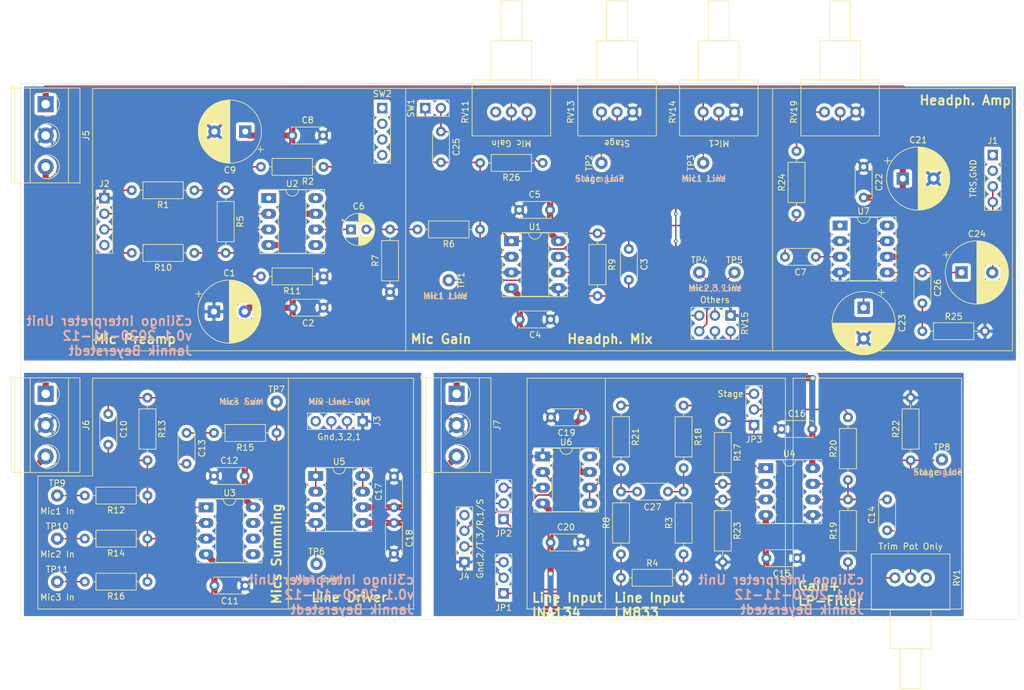
<source format=kicad_pcb>
(kicad_pcb (version 20171130) (host pcbnew "(5.1.7-0-10_14)")
  (title_block (title "c3lingo interpeter unit") (date 2020-11-12) (rev v0.1) (company "Jannik Beyerstedt") (comment 1 "Protoyping Modules"))
  (layers (0 F.Cu signal) (31 B.Cu signal) (34 B.Paste user) (35 F.Paste user) (36 B.SilkS user) (37 F.SilkS user) (38 B.Mask user) (39 F.Mask user) (44 Edge.Cuts user))
  (net 0 "")
  (net 1 GNDREF)
  (net 2 -15V)
  (net 3 "Net-(C3-Pad2)")
  (net 4 "Net-(C3-Pad1)")
  (net 5 +15V)
  (net 6 "Net-(C6-Pad2)")
  (net 7 "Net-(C6-Pad1)")
  (net 8 "Net-(C7-Pad1)")
  (net 9 "Net-(C10-Pad2)")
  (net 10 "Net-(C10-Pad1)")
  (net 11 "Net-(C13-Pad1)")
  (net 12 Stage)
  (net 13 "Net-(C14-Pad2)")
  (net 14 Mic1)
  (net 15 "Net-(J2-Pad3)")
  (net 16 "Net-(J2-Pad2)")
  (net 17 "Net-(J3-Pad2)")
  (net 18 "Net-(J3-Pad3)")
  (net 19 "Net-(J4-Pad3)")
  (net 20 "Net-(J4-Pad2)")
  (net 21 "Net-(JP1-Pad3)")
  (net 22 "Net-(JP1-Pad1)")
  (net 23 "Net-(JP2-Pad1)")
  (net 24 "Net-(JP2-Pad3)")
  (net 25 "Net-(JP3-Pad1)")
  (net 26 "Net-(JP3-Pad2)")
  (net 27 "Net-(JP3-Pad3)")
  (net 28 "Net-(R1-Pad1)")
  (net 29 MicSum)
  (net 30 "Net-(R10-Pad1)")
  (net 31 "Net-(R17-Pad2)")
  (net 32 "Net-(R19-Pad1)")
  (net 33 "Net-(R21-Pad1)")
  (net 34 "Net-(R26-Pad1)")
  (net 35 "Net-(C23-Pad1)")
  (net 36 "Net-(C24-Pad1)")
  (net 37 "Net-(C25-Pad2)")
  (net 38 "Net-(C26-Pad2)")
  (net 39 "Net-(R24-Pad2)")
  (net 40 "Net-(R14-Pad2)")
  (net 41 "Net-(R16-Pad2)")
  (net 42 "Net-(RV15-Pad6)")
  (net 43 "Net-(RV15-Pad3)")
  (net 44 "Net-(C7-Pad2)")
  (net 45 "Net-(C27-Pad2)")
  (net 46 "Net-(C27-Pad1)")
  (module Potentiometer_THT:Potentiometer_Vishay_148-149_Single_Horizontal (layer F.Cu) (at 156.845 95.25 270)
    (fp_text reference RV1 (at 0 -10.04 90) (layer F.SilkS))
    (fp_text value 100K)
    (pad 1 thru_hole circle (at 0 0 270) (size 1.8 1.8) (drill 1) (layers *.Cu *.Mask) (net 32 "Net-(R19-Pad1)"))
    (pad 2 thru_hole circle (at 0 -2.54 270) (size 1.8 1.8) (drill 1) (layers *.Cu *.Mask) (net 12 Stage))
    (pad 3 thru_hole circle (at 0 -5.08 270) (size 1.8 1.8) (drill 1) (layers *.Cu *.Mask))
  )
  (module Resistor_THT:R_Axial_DIN0207_L6.3mm_D2.5mm_P10.16mm_Horizontal (layer F.Cu) (at 112.395 91.44 90)
    (fp_text reference R8 (at 5.08 -2.37 90) (layer F.SilkS))
    (fp_text value 10K)
    (pad 2 thru_hole oval (at 10.16 0 90) (size 1.6 1.6) (drill 0.8) (layers *.Cu *.Mask) (net 45 "Net-(C27-Pad2)"))
    (pad 1 thru_hole circle (at 0 0 90) (size 1.6 1.6) (drill 0.8) (layers *.Cu *.Mask) (net 23 "Net-(JP2-Pad1)"))
  )
  (module Resistor_THT:R_Axial_DIN0207_L6.3mm_D2.5mm_P10.16mm_Horizontal (layer F.Cu) (at 112.395 95.25)
    (fp_text reference R4 (at 5.08 -2.37) (layer F.SilkS))
    (fp_text value 3.3K)
    (pad 2 thru_hole oval (at 10.16 0) (size 1.6 1.6) (drill 0.8) (layers *.Cu *.Mask) (net 22 "Net-(JP1-Pad1)"))
    (pad 1 thru_hole circle (at 0 0) (size 1.6 1.6) (drill 0.8) (layers *.Cu *.Mask) (net 23 "Net-(JP2-Pad1)"))
  )
  (module Resistor_THT:R_Axial_DIN0207_L6.3mm_D2.5mm_P10.16mm_Horizontal (layer F.Cu) (at 122.555 91.44 90)
    (fp_text reference R3 (at 5.08 -2.37 90) (layer F.SilkS))
    (fp_text value 10K)
    (pad 2 thru_hole oval (at 10.16 0 90) (size 1.6 1.6) (drill 0.8) (layers *.Cu *.Mask) (net 46 "Net-(C27-Pad1)"))
    (pad 1 thru_hole circle (at 0 0 90) (size 1.6 1.6) (drill 0.8) (layers *.Cu *.Mask) (net 22 "Net-(JP1-Pad1)"))
  )
  (module Capacitor_THT:C_Disc_D5.0mm_W2.5mm_P5.00mm (layer F.Cu) (at 120.015 81.28 180)
    (fp_text reference C27 (at 2.5 -2.5) (layer F.SilkS))
    (fp_text value 220p)
    (pad 2 thru_hole circle (at 5 0 180) (size 1.6 1.6) (drill 0.8) (layers *.Cu *.Mask) (net 45 "Net-(C27-Pad2)"))
    (pad 1 thru_hole circle (at 0 0 180) (size 1.6 1.6) (drill 0.8) (layers *.Cu *.Mask) (net 46 "Net-(C27-Pad1)"))
  )
  (module Connector_PinHeader_2.54mm:PinHeader_2x03_P2.54mm_Vertical (layer F.Cu) (at 130.175 52.705 270)
    (fp_text reference RV15 (at 1.27 -2.33 90) (layer F.SilkS))
    (fp_text value 22K)
    (pad 6 thru_hole oval (at 2.54 5.08 270) (size 1.7 1.7) (drill 1) (layers *.Cu *.Mask) (net 42 "Net-(RV15-Pad6)"))
    (pad 5 thru_hole oval (at 0 5.08 270) (size 1.7 1.7) (drill 1) (layers *.Cu *.Mask) (net 3 "Net-(C3-Pad2)"))
    (pad 4 thru_hole oval (at 2.54 2.54 270) (size 1.7 1.7) (drill 1) (layers *.Cu *.Mask) (net 1 GNDREF))
    (pad 3 thru_hole oval (at 0 2.54 270) (size 1.7 1.7) (drill 1) (layers *.Cu *.Mask) (net 43 "Net-(RV15-Pad3)"))
    (pad 2 thru_hole oval (at 2.54 0 270) (size 1.7 1.7) (drill 1) (layers *.Cu *.Mask) (net 3 "Net-(C3-Pad2)"))
    (pad 1 thru_hole rect (at 0 0 270) (size 1.7 1.7) (drill 1) (layers *.Cu *.Mask) (net 1 GNDREF))
  )
  (module Capacitor_THT:C_Disc_D5.0mm_W2.5mm_P5.00mm (layer F.Cu) (at 113.665 41.91 270)
    (fp_text reference C3 (at 2.5 -2.5 90) (layer F.SilkS))
    (fp_text value 22pF)
    (pad 2 thru_hole circle (at 5 0 270) (size 1.6 1.6) (drill 0.8) (layers *.Cu *.Mask) (net 3 "Net-(C3-Pad2)"))
    (pad 1 thru_hole circle (at 0 0 270) (size 1.6 1.6) (drill 0.8) (layers *.Cu *.Mask) (net 4 "Net-(C3-Pad1)"))
  )
  (module Capacitor_THT:CP_Radial_D5.0mm_P2.50mm (layer F.Cu) (at 68.58 38.735)
    (fp_text reference C6 (at 1.25 -3.75) (layer F.SilkS))
    (fp_text value 10uF)
    (pad 2 thru_hole circle (at 2.5 0) (size 1.6 1.6) (drill 0.8) (layers *.Cu *.Mask) (net 6 "Net-(C6-Pad2)"))
    (pad 1 thru_hole rect (at 0 0) (size 1.6 1.6) (drill 0.8) (layers *.Cu *.Mask) (net 7 "Net-(C6-Pad1)"))
  )
  (module TestPoint:TestPoint_THTPad_D2.0mm_Drill1.0mm (layer F.Cu) (at 20.92 95.905)
    (fp_text reference TP11 (at 0 -1.998) (layer F.SilkS))
    (fp_text value Mic3)
    (pad 1 thru_hole circle (at 0 0) (size 2 2) (drill 1) (layers *.Cu *.Mask) (net 41 "Net-(R16-Pad2)"))
  )
  (module TestPoint:TestPoint_THTPad_D2.0mm_Drill1.0mm (layer F.Cu) (at 20.92 88.905)
    (fp_text reference TP10 (at 0 -1.998) (layer F.SilkS))
    (fp_text value Mic2)
    (pad 1 thru_hole circle (at 0 0) (size 2 2) (drill 1) (layers *.Cu *.Mask) (net 40 "Net-(R14-Pad2)"))
  )
  (module TestPoint:TestPoint_THTPad_D2.0mm_Drill1.0mm (layer F.Cu) (at 20.92 81.905)
    (fp_text reference TP9 (at 0 -1.998) (layer F.SilkS))
    (fp_text value Mic1)
    (pad 1 thru_hole circle (at 0 0) (size 2 2) (drill 1) (layers *.Cu *.Mask) (net 14 Mic1))
  )
  (module TestPoint:TestPoint_THTPad_D2.0mm_Drill1.0mm (layer F.Cu) (at 164.465 76.07)
    (fp_text reference TP8 (at 0 -1.998) (layer F.SilkS))
    (fp_text value Stage)
    (pad 1 thru_hole circle (at 0 0) (size 2 2) (drill 1) (layers *.Cu *.Mask) (net 12 Stage))
  )
  (module TestPoint:TestPoint_THTPad_D2.0mm_Drill1.0mm (layer F.Cu) (at 56.515 66.675)
    (fp_text reference TP7 (at 0 -1.998) (layer F.SilkS))
    (fp_text value MicSum)
    (pad 1 thru_hole circle (at 0 0) (size 2 2) (drill 1) (layers *.Cu *.Mask) (net 29 MicSum))
  )
  (module TestPoint:TestPoint_THTPad_D2.0mm_Drill1.0mm (layer F.Cu) (at 63 93)
    (fp_text reference TP6 (at 0 -1.998) (layer F.SilkS))
    (fp_text value MicSum)
    (pad 1 thru_hole circle (at 0 0) (size 2 2) (drill 1) (layers *.Cu *.Mask) (net 29 MicSum))
  )
  (module TestPoint:TestPoint_THTPad_D2.0mm_Drill1.0mm (layer F.Cu) (at 130.81 45.72)
    (fp_text reference TP5 (at 0 -1.998) (layer F.SilkS))
    (fp_text value Mic3)
    (pad 1 thru_hole circle (at 0 0) (size 2 2) (drill 1) (layers *.Cu *.Mask) (net 43 "Net-(RV15-Pad3)"))
  )
  (module TestPoint:TestPoint_THTPad_D2.0mm_Drill1.0mm (layer F.Cu) (at 125.095 45.72)
    (fp_text reference TP4 (at 0 -1.998) (layer F.SilkS))
    (fp_text value Mic2)
    (pad 1 thru_hole circle (at 0 0) (size 2 2) (drill 1) (layers *.Cu *.Mask) (net 42 "Net-(RV15-Pad6)"))
  )
  (module TestPoint:TestPoint_THTPad_D2.0mm_Drill1.0mm (layer F.Cu) (at 125.73 27.94 90)
    (fp_text reference TP3 (at 0 -1.998 90) (layer F.SilkS))
    (fp_text value Mic1)
    (pad 1 thru_hole circle (at 0 0 90) (size 2 2) (drill 1) (layers *.Cu *.Mask) (net 14 Mic1))
  )
  (module TestPoint:TestPoint_THTPad_D2.0mm_Drill1.0mm (layer F.Cu) (at 109.22 27.94 90)
    (fp_text reference TP2 (at 0 -1.998 90) (layer F.SilkS))
    (fp_text value Stage)
    (pad 1 thru_hole circle (at 0 0 90) (size 2 2) (drill 1) (layers *.Cu *.Mask) (net 12 Stage))
  )
  (module TestPoint:TestPoint_THTPad_D2.0mm_Drill1.0mm (layer F.Cu) (at 84.455 46.99 270)
    (fp_text reference TP1 (at 0 -1.998 90) (layer F.SilkS))
    (fp_text value Mic1)
    (pad 1 thru_hole circle (at 0 0 270) (size 2 2) (drill 1) (layers *.Cu *.Mask) (net 14 Mic1))
  )
  (module TerminalBlock_MetzConnect:TerminalBlock_MetzConnect_Type073_RT02603HBLU_1x03_P5.08mm_Horizontal (layer F.Cu) (at 85.725 65.405 270)
    (fp_text reference J7 (at 5.08 -6.56 90) (layer F.SilkS))
    (fp_text value PowerSupply)
    (pad 3 thru_hole circle (at 10.16 0 270) (size 2.6 2.6) (drill 1.4) (layers *.Cu *.Mask) (net 2 -15V))
    (pad 2 thru_hole circle (at 5.08 0 270) (size 2.6 2.6) (drill 1.4) (layers *.Cu *.Mask) (net 1 GNDREF))
    (pad 1 thru_hole rect (at 0 0 270) (size 2.6 2.6) (drill 1.4) (layers *.Cu *.Mask) (net 5 +15V))
  )
  (module TerminalBlock_MetzConnect:TerminalBlock_MetzConnect_Type073_RT02603HBLU_1x03_P5.08mm_Horizontal (layer F.Cu) (at 19.05 65.405 270)
    (fp_text reference J6 (at 5.08 -6.56 90) (layer F.SilkS))
    (fp_text value PowerSupply)
    (pad 3 thru_hole circle (at 10.16 0 270) (size 2.6 2.6) (drill 1.4) (layers *.Cu *.Mask) (net 2 -15V))
    (pad 2 thru_hole circle (at 5.08 0 270) (size 2.6 2.6) (drill 1.4) (layers *.Cu *.Mask) (net 1 GNDREF))
    (pad 1 thru_hole rect (at 0 0 270) (size 2.6 2.6) (drill 1.4) (layers *.Cu *.Mask) (net 5 +15V))
  )
  (module Connector_PinHeader_2.54mm:PinHeader_1x04_P2.54mm_Vertical (layer F.Cu) (at 73.66 19.05)
    (fp_text reference SW2 (at 0 -2.33) (layer F.SilkS))
    (fp_text value OnAir_1)
    (pad 4 thru_hole oval (at 0 7.62) (size 1.7 1.7) (drill 1) (layers *.Cu *.Mask))
    (pad 3 thru_hole oval (at 0 5.08) (size 1.7 1.7) (drill 1) (layers *.Cu *.Mask))
    (pad 2 thru_hole oval (at 0 2.54) (size 1.7 1.7) (drill 1) (layers *.Cu *.Mask))
    (pad 1 thru_hole rect (at 0 0) (size 1.7 1.7) (drill 1) (layers *.Cu *.Mask))
  )
  (module Package_DIP:DIP-8_W7.62mm_Socket_LongPads (layer F.Cu) (at 147.955 38.1)
    (fp_text reference U7 (at 3.81 -2.33) (layer F.SilkS))
    (fp_text value LM386N-4)
    (pad 8 thru_hole oval (at 7.62 0) (size 2.4 1.6) (drill 0.8) (layers *.Cu *.Mask))
    (pad 4 thru_hole oval (at 0 7.62) (size 2.4 1.6) (drill 0.8) (layers *.Cu *.Mask) (net 1 GNDREF))
    (pad 7 thru_hole oval (at 7.62 2.54) (size 2.4 1.6) (drill 0.8) (layers *.Cu *.Mask) (net 35 "Net-(C23-Pad1)"))
    (pad 3 thru_hole oval (at 0 5.08) (size 2.4 1.6) (drill 0.8) (layers *.Cu *.Mask) (net 8 "Net-(C7-Pad1)"))
    (pad 6 thru_hole oval (at 7.62 5.08) (size 2.4 1.6) (drill 0.8) (layers *.Cu *.Mask) (net 5 +15V))
    (pad 2 thru_hole oval (at 0 2.54) (size 2.4 1.6) (drill 0.8) (layers *.Cu *.Mask) (net 1 GNDREF))
    (pad 5 thru_hole oval (at 7.62 7.62) (size 2.4 1.6) (drill 0.8) (layers *.Cu *.Mask) (net 36 "Net-(C24-Pad1)"))
    (pad 1 thru_hole rect (at 0 0) (size 2.4 1.6) (drill 0.8) (layers *.Cu *.Mask))
  )
  (module Potentiometer_THT:Potentiometer_Vishay_148-149_Single_Horizontal (layer F.Cu) (at 150.495 19.685 90)
    (fp_text reference RV19 (at 0 -10.04 90) (layer F.SilkS))
    (fp_text value 25K)
    (pad 1 thru_hole circle (at 0 0 90) (size 1.8 1.8) (drill 1) (layers *.Cu *.Mask) (net 1 GNDREF))
    (pad 2 thru_hole circle (at 0 -2.54 90) (size 1.8 1.8) (drill 1) (layers *.Cu *.Mask) (net 44 "Net-(C7-Pad2)"))
    (pad 3 thru_hole circle (at 0 -5.08 90) (size 1.8 1.8) (drill 1) (layers *.Cu *.Mask) (net 39 "Net-(R24-Pad2)"))
  )
  (module Resistor_THT:R_Axial_DIN0207_L6.3mm_D2.5mm_P10.16mm_Horizontal (layer F.Cu) (at 161.29 55.245)
    (fp_text reference R25 (at 5.08 -2.37) (layer F.SilkS))
    (fp_text value 12R)
    (pad 2 thru_hole oval (at 10.16 0) (size 1.6 1.6) (drill 0.8) (layers *.Cu *.Mask) (net 1 GNDREF))
    (pad 1 thru_hole circle (at 0 0) (size 1.6 1.6) (drill 0.8) (layers *.Cu *.Mask) (net 38 "Net-(C26-Pad2)"))
  )
  (module Resistor_THT:R_Axial_DIN0207_L6.3mm_D2.5mm_P10.16mm_Horizontal (layer F.Cu) (at 140.875 36.195 90)
    (fp_text reference R24 (at 5.08 -2.37 90) (layer F.SilkS))
    (fp_text value 820K)
    (pad 2 thru_hole oval (at 10.16 0 90) (size 1.6 1.6) (drill 0.8) (layers *.Cu *.Mask) (net 39 "Net-(R24-Pad2)"))
    (pad 1 thru_hole circle (at 0 0 90) (size 1.6 1.6) (drill 0.8) (layers *.Cu *.Mask) (net 4 "Net-(C3-Pad1)"))
  )
  (module Capacitor_THT:C_Disc_D5.0mm_W2.5mm_P5.00mm (layer F.Cu) (at 161.29 45.72 270)
    (fp_text reference C26 (at 2.5 -2.5 90) (layer F.SilkS))
    (fp_text value 47nF)
    (pad 2 thru_hole circle (at 5 0 270) (size 1.6 1.6) (drill 0.8) (layers *.Cu *.Mask) (net 38 "Net-(C26-Pad2)"))
    (pad 1 thru_hole circle (at 0 0 270) (size 1.6 1.6) (drill 0.8) (layers *.Cu *.Mask) (net 36 "Net-(C24-Pad1)"))
  )
  (module Capacitor_THT:CP_Radial_D10.0mm_P5.00mm (layer F.Cu) (at 167.64 45.72)
    (fp_text reference C24 (at 2.5 -6.25) (layer F.SilkS))
    (fp_text value 220uF)
    (pad 2 thru_hole circle (at 5 0) (size 2 2) (drill 1) (layers *.Cu *.Mask))
    (pad 1 thru_hole rect (at 0 0) (size 2 2) (drill 1) (layers *.Cu *.Mask) (net 36 "Net-(C24-Pad1)"))
  )
  (module Capacitor_THT:CP_Radial_D10.0mm_P5.00mm (layer F.Cu) (at 151.765 51.435 270)
    (fp_text reference C23 (at 2.5 -6.25 90) (layer F.SilkS))
    (fp_text value 100uF)
    (pad 2 thru_hole circle (at 5 0 270) (size 2 2) (drill 1) (layers *.Cu *.Mask) (net 1 GNDREF))
    (pad 1 thru_hole rect (at 0 0 270) (size 2 2) (drill 1) (layers *.Cu *.Mask) (net 35 "Net-(C23-Pad1)"))
  )
  (module Capacitor_THT:C_Disc_D5.0mm_W2.5mm_P5.00mm (layer F.Cu) (at 151.765 28.575 270)
    (fp_text reference C22 (at 2.5 -2.5 90) (layer F.SilkS))
    (fp_text value 100nF)
    (pad 2 thru_hole circle (at 5 0 270) (size 1.6 1.6) (drill 0.8) (layers *.Cu *.Mask) (net 5 +15V))
    (pad 1 thru_hole circle (at 0 0 270) (size 1.6 1.6) (drill 0.8) (layers *.Cu *.Mask) (net 1 GNDREF))
  )
  (module Capacitor_THT:CP_Radial_D10.0mm_P5.00mm (layer F.Cu) (at 158.115 30.48)
    (fp_text reference C21 (at 2.5 -6.25) (layer F.SilkS))
    (fp_text value 100uF)
    (pad 2 thru_hole circle (at 5 0) (size 2 2) (drill 1) (layers *.Cu *.Mask) (net 1 GNDREF))
    (pad 1 thru_hole rect (at 0 0) (size 2 2) (drill 1) (layers *.Cu *.Mask) (net 5 +15V))
  )
  (module Package_DIP:DIP-8_W7.62mm_Socket_LongPads (layer F.Cu) (at 45.085 83.82)
    (fp_text reference U3 (at 3.81 -2.33) (layer F.SilkS))
    (fp_text value LM833N)
    (pad 1 thru_hole rect (at 0 0) (size 2.4 1.6) (drill 0.8) (layers *.Cu *.Mask) (net 10 "Net-(C10-Pad1)"))
    (pad 5 thru_hole oval (at 7.62 7.62) (size 2.4 1.6) (drill 0.8) (layers *.Cu *.Mask))
    (pad 2 thru_hole oval (at 0 2.54) (size 2.4 1.6) (drill 0.8) (layers *.Cu *.Mask) (net 9 "Net-(C10-Pad2)"))
    (pad 6 thru_hole oval (at 7.62 5.08) (size 2.4 1.6) (drill 0.8) (layers *.Cu *.Mask))
    (pad 3 thru_hole oval (at 0 5.08) (size 2.4 1.6) (drill 0.8) (layers *.Cu *.Mask) (net 1 GNDREF))
    (pad 7 thru_hole oval (at 7.62 2.54) (size 2.4 1.6) (drill 0.8) (layers *.Cu *.Mask))
    (pad 4 thru_hole oval (at 0 7.62) (size 2.4 1.6) (drill 0.8) (layers *.Cu *.Mask) (net 2 -15V))
    (pad 8 thru_hole oval (at 7.62 0) (size 2.4 1.6) (drill 0.8) (layers *.Cu *.Mask) (net 5 +15V))
  )
  (module Capacitor_THT:CP_Radial_D10.0mm_P5.00mm (layer F.Cu) (at 46.355 52.07)
    (fp_text reference C1 (at 2.5 -6.25) (layer F.SilkS))
    (fp_text value 100uF)
    (pad 1 thru_hole rect (at 0 0) (size 2 2) (drill 1) (layers *.Cu *.Mask) (net 1 GNDREF))
    (pad 2 thru_hole circle (at 5 0) (size 2 2) (drill 1) (layers *.Cu *.Mask) (net 2 -15V))
  )
  (module Capacitor_THT:C_Disc_D5.0mm_W2.5mm_P5.00mm (layer F.Cu) (at 64.135 51.435 180)
    (fp_text reference C2 (at 2.5 -2.5) (layer F.SilkS))
    (fp_text value 100nF)
    (pad 2 thru_hole circle (at 5 0 180) (size 1.6 1.6) (drill 0.8) (layers *.Cu *.Mask) (net 2 -15V))
    (pad 1 thru_hole circle (at 0 0 180) (size 1.6 1.6) (drill 0.8) (layers *.Cu *.Mask) (net 1 GNDREF))
  )
  (module Capacitor_THT:C_Disc_D5.0mm_W2.5mm_P5.00mm (layer F.Cu) (at 100.965 53.34 180)
    (fp_text reference C4 (at 2.5 -2.5) (layer F.SilkS))
    (fp_text value 100nF)
    (pad 2 thru_hole circle (at 5 0 180) (size 1.6 1.6) (drill 0.8) (layers *.Cu *.Mask) (net 2 -15V))
    (pad 1 thru_hole circle (at 0 0 180) (size 1.6 1.6) (drill 0.8) (layers *.Cu *.Mask) (net 1 GNDREF))
  )
  (module Capacitor_THT:C_Disc_D5.0mm_W2.5mm_P5.00mm (layer F.Cu) (at 95.885 35.56)
    (fp_text reference C5 (at 2.5 -2.5) (layer F.SilkS))
    (fp_text value 100nF)
    (pad 1 thru_hole circle (at 0 0) (size 1.6 1.6) (drill 0.8) (layers *.Cu *.Mask) (net 1 GNDREF))
    (pad 2 thru_hole circle (at 5 0) (size 1.6 1.6) (drill 0.8) (layers *.Cu *.Mask) (net 5 +15V))
  )
  (module Capacitor_THT:C_Disc_D5.0mm_W2.5mm_P5.00mm (layer F.Cu) (at 144 43.18 180)
    (fp_text reference C7 (at 2.5 -2.5) (layer F.SilkS))
    (fp_text value 100nF)
    (pad 1 thru_hole circle (at 0 0 180) (size 1.6 1.6) (drill 0.8) (layers *.Cu *.Mask) (net 8 "Net-(C7-Pad1)"))
    (pad 2 thru_hole circle (at 5 0 180) (size 1.6 1.6) (drill 0.8) (layers *.Cu *.Mask) (net 44 "Net-(C7-Pad2)"))
  )
  (module Capacitor_THT:C_Disc_D5.0mm_W2.5mm_P5.00mm (layer F.Cu) (at 59.055 23.495)
    (fp_text reference C8 (at 2.5 -2.5) (layer F.SilkS))
    (fp_text value 100nF)
    (pad 1 thru_hole circle (at 0 0) (size 1.6 1.6) (drill 0.8) (layers *.Cu *.Mask) (net 5 +15V))
    (pad 2 thru_hole circle (at 5 0) (size 1.6 1.6) (drill 0.8) (layers *.Cu *.Mask) (net 1 GNDREF))
  )
  (module Capacitor_THT:CP_Radial_D10.0mm_P5.00mm (layer F.Cu) (at 51.435 22.86 180)
    (fp_text reference C9 (at 2.5 -6.25) (layer F.SilkS))
    (fp_text value 100uF)
    (pad 2 thru_hole circle (at 5 0 180) (size 2 2) (drill 1) (layers *.Cu *.Mask) (net 1 GNDREF))
    (pad 1 thru_hole rect (at 0 0 180) (size 2 2) (drill 1) (layers *.Cu *.Mask) (net 5 +15V))
  )
  (module Capacitor_THT:C_Disc_D5.0mm_W2.5mm_P5.00mm (layer F.Cu) (at 29.21 68.66 270)
    (fp_text reference C10 (at 2.5 -2.5 90) (layer F.SilkS))
    (fp_text value 22pF)
    (pad 2 thru_hole circle (at 5 0 270) (size 1.6 1.6) (drill 0.8) (layers *.Cu *.Mask) (net 9 "Net-(C10-Pad2)"))
    (pad 1 thru_hole circle (at 0 0 270) (size 1.6 1.6) (drill 0.8) (layers *.Cu *.Mask) (net 10 "Net-(C10-Pad1)"))
  )
  (module Capacitor_THT:C_Disc_D5.0mm_W2.5mm_P5.00mm (layer F.Cu) (at 51.435 96.52 180)
    (fp_text reference C11 (at 2.5 -2.5) (layer F.SilkS))
    (fp_text value 100nF)
    (pad 2 thru_hole circle (at 5 0 180) (size 1.6 1.6) (drill 0.8) (layers *.Cu *.Mask) (net 2 -15V))
    (pad 1 thru_hole circle (at 0 0 180) (size 1.6 1.6) (drill 0.8) (layers *.Cu *.Mask) (net 1 GNDREF))
  )
  (module Capacitor_THT:C_Disc_D5.0mm_W2.5mm_P5.00mm (layer F.Cu) (at 46.355 78.74)
    (fp_text reference C12 (at 2.5 -2.5) (layer F.SilkS))
    (fp_text value 100nF)
    (pad 2 thru_hole circle (at 5 0) (size 1.6 1.6) (drill 0.8) (layers *.Cu *.Mask) (net 5 +15V))
    (pad 1 thru_hole circle (at 0 0) (size 1.6 1.6) (drill 0.8) (layers *.Cu *.Mask) (net 1 GNDREF))
  )
  (module Capacitor_THT:C_Disc_D5.0mm_W2.5mm_P5.00mm (layer F.Cu) (at 41.91 71.755 270)
    (fp_text reference C13 (at 2.5 -2.5 90) (layer F.SilkS))
    (fp_text value 4.7pF)
    (pad 1 thru_hole circle (at 0 0 270) (size 1.6 1.6) (drill 0.8) (layers *.Cu *.Mask) (net 11 "Net-(C13-Pad1)"))
    (pad 2 thru_hole circle (at 5 0 270) (size 1.6 1.6) (drill 0.8) (layers *.Cu *.Mask) (net 10 "Net-(C10-Pad1)"))
  )
  (module Capacitor_THT:C_Disc_D5.0mm_W2.5mm_P5.00mm (layer F.Cu) (at 155.575 87.55 90)
    (fp_text reference C14 (at 2.5 -2.5 90) (layer F.SilkS))
    (fp_text value 47pF)
    (pad 1 thru_hole circle (at 0 0 90) (size 1.6 1.6) (drill 0.8) (layers *.Cu *.Mask) (net 12 Stage))
    (pad 2 thru_hole circle (at 5 0 90) (size 1.6 1.6) (drill 0.8) (layers *.Cu *.Mask) (net 13 "Net-(C14-Pad2)"))
  )
  (module Capacitor_THT:C_Disc_D5.0mm_W2.5mm_P5.00mm (layer F.Cu) (at 140.97 92.075 180)
    (fp_text reference C15 (at 2.5 -2.5) (layer F.SilkS))
    (fp_text value 100nF)
    (pad 2 thru_hole circle (at 5 0 180) (size 1.6 1.6) (drill 0.8) (layers *.Cu *.Mask) (net 2 -15V))
    (pad 1 thru_hole circle (at 0 0 180) (size 1.6 1.6) (drill 0.8) (layers *.Cu *.Mask) (net 1 GNDREF))
  )
  (module Capacitor_THT:C_Disc_D5.0mm_W2.5mm_P5.00mm (layer F.Cu) (at 138.43 71.12)
    (fp_text reference C16 (at 2.5 -2.5) (layer F.SilkS))
    (fp_text value 100nF)
    (pad 1 thru_hole circle (at 0 0) (size 1.6 1.6) (drill 0.8) (layers *.Cu *.Mask) (net 1 GNDREF))
    (pad 2 thru_hole circle (at 5 0) (size 1.6 1.6) (drill 0.8) (layers *.Cu *.Mask) (net 5 +15V))
  )
  (module Capacitor_THT:C_Disc_D5.0mm_W2.5mm_P5.00mm (layer F.Cu) (at 75.565 83.82 90)
    (fp_text reference C17 (at 2.5 -2.5 90) (layer F.SilkS))
    (fp_text value 1uF)
    (pad 1 thru_hole circle (at 0 0 90) (size 1.6 1.6) (drill 0.8) (layers *.Cu *.Mask) (net 5 +15V))
    (pad 2 thru_hole circle (at 5 0 90) (size 1.6 1.6) (drill 0.8) (layers *.Cu *.Mask) (net 1 GNDREF))
  )
  (module Capacitor_THT:C_Disc_D5.0mm_W2.5mm_P5.00mm (layer F.Cu) (at 75.565 86.36 270)
    (fp_text reference C18 (at 2.5 -2.5 90) (layer F.SilkS))
    (fp_text value 1uF)
    (pad 2 thru_hole circle (at 5 0 270) (size 1.6 1.6) (drill 0.8) (layers *.Cu *.Mask) (net 1 GNDREF))
    (pad 1 thru_hole circle (at 0 0 270) (size 1.6 1.6) (drill 0.8) (layers *.Cu *.Mask) (net 2 -15V))
  )
  (module Capacitor_THT:C_Disc_D5.0mm_W2.5mm_P5.00mm (layer F.Cu) (at 106.045 69.215 180)
    (fp_text reference C19 (at 2.5 -2.5) (layer F.SilkS))
    (fp_text value 1uF)
    (pad 2 thru_hole circle (at 5 0 180) (size 1.6 1.6) (drill 0.8) (layers *.Cu *.Mask) (net 1 GNDREF))
    (pad 1 thru_hole circle (at 0 0 180) (size 1.6 1.6) (drill 0.8) (layers *.Cu *.Mask) (net 5 +15V))
  )
  (module Capacitor_THT:C_Disc_D5.0mm_W2.5mm_P5.00mm (layer F.Cu) (at 100.965 89.535)
    (fp_text reference C20 (at 2.5 -2.5) (layer F.SilkS))
    (fp_text value 1uF)
    (pad 1 thru_hole circle (at 0 0) (size 1.6 1.6) (drill 0.8) (layers *.Cu *.Mask) (net 2 -15V))
    (pad 2 thru_hole circle (at 5 0) (size 1.6 1.6) (drill 0.8) (layers *.Cu *.Mask) (net 1 GNDREF))
  )
  (module Capacitor_THT:C_Disc_D5.0mm_W2.5mm_P5.00mm (layer F.Cu) (at 83.185 22.86 270)
    (fp_text reference C25 (at 2.5 -2.5 90) (layer F.SilkS))
    (fp_text value 0.1uF)
    (pad 1 thru_hole circle (at 0 0 270) (size 1.6 1.6) (drill 0.8) (layers *.Cu *.Mask) (net 14 Mic1))
    (pad 2 thru_hole circle (at 5 0 270) (size 1.6 1.6) (drill 0.8) (layers *.Cu *.Mask) (net 37 "Net-(C25-Pad2)"))
  )
  (module TerminalBlock_MetzConnect:TerminalBlock_MetzConnect_Type073_RT02603HBLU_1x03_P5.08mm_Horizontal (layer F.Cu) (at 19.05 18.415 270)
    (fp_text reference J5 (at 5.08 -6.56 90) (layer F.SilkS))
    (fp_text value PowerSupply)
    (pad 1 thru_hole rect (at 0 0 270) (size 2.6 2.6) (drill 1.4) (layers *.Cu *.Mask) (net 5 +15V))
    (pad 2 thru_hole circle (at 5.08 0 270) (size 2.6 2.6) (drill 1.4) (layers *.Cu *.Mask) (net 1 GNDREF))
    (pad 3 thru_hole circle (at 10.16 0 270) (size 2.6 2.6) (drill 1.4) (layers *.Cu *.Mask) (net 2 -15V))
  )
  (module Connector_PinHeader_2.54mm:PinHeader_1x03_P2.54mm_Vertical (layer F.Cu) (at 93.345 97.79 180)
    (fp_text reference JP1 (at 0 -2.33) (layer F.SilkS))
    (fp_text value "Stage Hot")
    (pad 3 thru_hole oval (at 0 5.08 180) (size 1.7 1.7) (drill 1) (layers *.Cu *.Mask) (net 21 "Net-(JP1-Pad3)"))
    (pad 2 thru_hole oval (at 0 2.54 180) (size 1.7 1.7) (drill 1) (layers *.Cu *.Mask) (net 20 "Net-(J4-Pad2)"))
    (pad 1 thru_hole rect (at 0 0 180) (size 1.7 1.7) (drill 1) (layers *.Cu *.Mask) (net 22 "Net-(JP1-Pad1)"))
  )
  (module Connector_PinHeader_2.54mm:PinHeader_1x03_P2.54mm_Vertical (layer F.Cu) (at 93.345 85.725 180)
    (fp_text reference JP2 (at 0 -2.33) (layer F.SilkS))
    (fp_text value "Stage Cold")
    (pad 1 thru_hole rect (at 0 0 180) (size 1.7 1.7) (drill 1) (layers *.Cu *.Mask) (net 23 "Net-(JP2-Pad1)"))
    (pad 2 thru_hole oval (at 0 2.54 180) (size 1.7 1.7) (drill 1) (layers *.Cu *.Mask) (net 19 "Net-(J4-Pad3)"))
    (pad 3 thru_hole oval (at 0 5.08 180) (size 1.7 1.7) (drill 1) (layers *.Cu *.Mask) (net 24 "Net-(JP2-Pad3)"))
  )
  (module Connector_PinHeader_2.54mm:PinHeader_1x03_P2.54mm_Vertical (layer F.Cu) (at 133.985 70.485 180)
    (fp_text reference JP3 (at 0 -2.33) (layer F.SilkS))
    (fp_text value "Stage Out")
    (pad 1 thru_hole rect (at 0 0 180) (size 1.7 1.7) (drill 1) (layers *.Cu *.Mask) (net 25 "Net-(JP3-Pad1)"))
    (pad 2 thru_hole oval (at 0 2.54 180) (size 1.7 1.7) (drill 1) (layers *.Cu *.Mask) (net 26 "Net-(JP3-Pad2)"))
    (pad 3 thru_hole oval (at 0 5.08 180) (size 1.7 1.7) (drill 1) (layers *.Cu *.Mask) (net 27 "Net-(JP3-Pad3)"))
  )
  (module Resistor_THT:R_Axial_DIN0207_L6.3mm_D2.5mm_P10.16mm_Horizontal (layer F.Cu) (at 43.18 32.385 180)
    (fp_text reference R1 (at 5.08 -2.37) (layer F.SilkS))
    (fp_text value "1K 1%")
    (pad 2 thru_hole oval (at 10.16 0 180) (size 1.6 1.6) (drill 0.8) (layers *.Cu *.Mask) (net 16 "Net-(J2-Pad2)"))
    (pad 1 thru_hole circle (at 0 0 180) (size 1.6 1.6) (drill 0.8) (layers *.Cu *.Mask) (net 28 "Net-(R1-Pad1)"))
  )
  (module Resistor_THT:R_Axial_DIN0207_L6.3mm_D2.5mm_P10.16mm_Horizontal (layer F.Cu) (at 64.135 28.575 180)
    (fp_text reference R2 (at 2.54 -2.37) (layer F.SilkS))
    (fp_text value "330K 1%")
    (pad 2 thru_hole oval (at 10.16 0 180) (size 1.6 1.6) (drill 0.8) (layers *.Cu *.Mask) (net 28 "Net-(R1-Pad1)"))
    (pad 1 thru_hole circle (at 0 0 180) (size 1.6 1.6) (drill 0.8) (layers *.Cu *.Mask) (net 7 "Net-(C6-Pad1)"))
  )
  (module Potentiometer_THT:Potentiometer_Vishay_148-149_Single_Horizontal (layer F.Cu) (at 114.3 19.685 90)
    (fp_text reference RV13 (at 0 -10.04 90) (layer F.SilkS))
    (fp_text value 22K)
    (pad 1 thru_hole circle (at 0 0 90) (size 1.8 1.8) (drill 1) (layers *.Cu *.Mask) (net 1 GNDREF))
    (pad 2 thru_hole circle (at 0 -2.54 90) (size 1.8 1.8) (drill 1) (layers *.Cu *.Mask) (net 3 "Net-(C3-Pad2)"))
    (pad 3 thru_hole circle (at 0 -5.08 90) (size 1.8 1.8) (drill 1) (layers *.Cu *.Mask) (net 12 Stage))
  )
  (module Potentiometer_THT:Potentiometer_Vishay_148-149_Single_Horizontal (layer F.Cu) (at 130.81 19.685 90)
    (fp_text reference RV14 (at 0 -10.04 90) (layer F.SilkS))
    (fp_text value 22K)
    (pad 3 thru_hole circle (at 0 -5.08 90) (size 1.8 1.8) (drill 1) (layers *.Cu *.Mask) (net 14 Mic1))
    (pad 2 thru_hole circle (at 0 -2.54 90) (size 1.8 1.8) (drill 1) (layers *.Cu *.Mask) (net 3 "Net-(C3-Pad2)"))
    (pad 1 thru_hole circle (at 0 0 90) (size 1.8 1.8) (drill 1) (layers *.Cu *.Mask) (net 1 GNDREF))
  )
  (module Resistor_THT:R_Axial_DIN0207_L6.3mm_D2.5mm_P10.16mm_Horizontal (layer F.Cu) (at 48.26 32.385 270)
    (fp_text reference R5 (at 5.08 -2.37 90) (layer F.SilkS))
    (fp_text value "27K 1%")
    (pad 1 thru_hole circle (at 0 0 270) (size 1.6 1.6) (drill 0.8) (layers *.Cu *.Mask) (net 28 "Net-(R1-Pad1)"))
    (pad 2 thru_hole oval (at 10.16 0 270) (size 1.6 1.6) (drill 0.8) (layers *.Cu *.Mask) (net 30 "Net-(R10-Pad1)"))
  )
  (module Resistor_THT:R_Axial_DIN0207_L6.3mm_D2.5mm_P10.16mm_Horizontal (layer F.Cu) (at 89.535 38.735 180)
    (fp_text reference R6 (at 5.08 -2.37) (layer F.SilkS))
    (fp_text value 820R)
    (pad 1 thru_hole circle (at 0 0 180) (size 1.6 1.6) (drill 0.8) (layers *.Cu *.Mask) (net 37 "Net-(C25-Pad2)"))
    (pad 2 thru_hole oval (at 10.16 0 180) (size 1.6 1.6) (drill 0.8) (layers *.Cu *.Mask) (net 6 "Net-(C6-Pad2)"))
  )
  (module Resistor_THT:R_Axial_DIN0207_L6.3mm_D2.5mm_P10.16mm_Horizontal (layer F.Cu) (at 74.93 48.895 90)
    (fp_text reference R7 (at 5.08 -2.37 90) (layer F.SilkS))
    (fp_text value 5.6K)
    (pad 1 thru_hole circle (at 0 0 90) (size 1.6 1.6) (drill 0.8) (layers *.Cu *.Mask) (net 1 GNDREF))
    (pad 2 thru_hole oval (at 10.16 0 90) (size 1.6 1.6) (drill 0.8) (layers *.Cu *.Mask) (net 6 "Net-(C6-Pad2)"))
  )
  (module Resistor_THT:R_Axial_DIN0207_L6.3mm_D2.5mm_P10.16mm_Horizontal (layer F.Cu) (at 108.585 39.37 270)
    (fp_text reference R9 (at 5.08 -2.37 90) (layer F.SilkS))
    (fp_text value 22K)
    (pad 2 thru_hole oval (at 10.16 0 270) (size 1.6 1.6) (drill 0.8) (layers *.Cu *.Mask) (net 3 "Net-(C3-Pad2)"))
    (pad 1 thru_hole circle (at 0 0 270) (size 1.6 1.6) (drill 0.8) (layers *.Cu *.Mask) (net 4 "Net-(C3-Pad1)"))
  )
  (module Resistor_THT:R_Axial_DIN0207_L6.3mm_D2.5mm_P10.16mm_Horizontal (layer F.Cu) (at 43.18 42.545 180)
    (fp_text reference R10 (at 5.08 -2.37) (layer F.SilkS))
    (fp_text value "1K 1%")
    (pad 2 thru_hole oval (at 10.16 0 180) (size 1.6 1.6) (drill 0.8) (layers *.Cu *.Mask) (net 15 "Net-(J2-Pad3)"))
    (pad 1 thru_hole circle (at 0 0 180) (size 1.6 1.6) (drill 0.8) (layers *.Cu *.Mask) (net 30 "Net-(R10-Pad1)"))
  )
  (module Resistor_THT:R_Axial_DIN0207_L6.3mm_D2.5mm_P10.16mm_Horizontal (layer F.Cu) (at 64.135 46.355 180)
    (fp_text reference R11 (at 5.08 -2.37) (layer F.SilkS))
    (fp_text value "330K 1%")
    (pad 2 thru_hole oval (at 10.16 0 180) (size 1.6 1.6) (drill 0.8) (layers *.Cu *.Mask) (net 30 "Net-(R10-Pad1)"))
    (pad 1 thru_hole circle (at 0 0 180) (size 1.6 1.6) (drill 0.8) (layers *.Cu *.Mask) (net 1 GNDREF))
  )
  (module Resistor_THT:R_Axial_DIN0207_L6.3mm_D2.5mm_P10.16mm_Horizontal (layer F.Cu) (at 35.56 81.915 180)
    (fp_text reference R12 (at 5.08 -2.37) (layer F.SilkS))
    (fp_text value 22K)
    (pad 2 thru_hole oval (at 10.16 0 180) (size 1.6 1.6) (drill 0.8) (layers *.Cu *.Mask) (net 14 Mic1))
    (pad 1 thru_hole circle (at 0 0 180) (size 1.6 1.6) (drill 0.8) (layers *.Cu *.Mask) (net 9 "Net-(C10-Pad2)"))
  )
  (module Resistor_THT:R_Axial_DIN0207_L6.3mm_D2.5mm_P10.16mm_Horizontal (layer F.Cu) (at 35.56 66.04 270)
    (fp_text reference R13 (at 5.08 -2.37 90) (layer F.SilkS))
    (fp_text value 22K)
    (pad 1 thru_hole circle (at 0 0 270) (size 1.6 1.6) (drill 0.8) (layers *.Cu *.Mask) (net 10 "Net-(C10-Pad1)"))
    (pad 2 thru_hole oval (at 10.16 0 270) (size 1.6 1.6) (drill 0.8) (layers *.Cu *.Mask) (net 9 "Net-(C10-Pad2)"))
  )
  (module Resistor_THT:R_Axial_DIN0207_L6.3mm_D2.5mm_P10.16mm_Horizontal (layer F.Cu) (at 35.56 88.9 180)
    (fp_text reference R14 (at 5.08 -2.37) (layer F.SilkS))
    (fp_text value 22K)
    (pad 2 thru_hole oval (at 10.16 0 180) (size 1.6 1.6) (drill 0.8) (layers *.Cu *.Mask) (net 40 "Net-(R14-Pad2)"))
    (pad 1 thru_hole circle (at 0 0 180) (size 1.6 1.6) (drill 0.8) (layers *.Cu *.Mask) (net 9 "Net-(C10-Pad2)"))
  )
  (module Resistor_THT:R_Axial_DIN0207_L6.3mm_D2.5mm_P10.16mm_Horizontal (layer F.Cu) (at 56.515 71.755 180)
    (fp_text reference R15 (at 5.08 -2.37) (layer F.SilkS))
    (fp_text value 47R)
    (pad 2 thru_hole oval (at 10.16 0 180) (size 1.6 1.6) (drill 0.8) (layers *.Cu *.Mask) (net 11 "Net-(C13-Pad1)"))
    (pad 1 thru_hole circle (at 0 0 180) (size 1.6 1.6) (drill 0.8) (layers *.Cu *.Mask) (net 29 MicSum))
  )
  (module Resistor_THT:R_Axial_DIN0207_L6.3mm_D2.5mm_P10.16mm_Horizontal (layer F.Cu) (at 35.56 95.885 180)
    (fp_text reference R16 (at 5.08 -2.37) (layer F.SilkS))
    (fp_text value 22K)
    (pad 2 thru_hole oval (at 10.16 0 180) (size 1.6 1.6) (drill 0.8) (layers *.Cu *.Mask) (net 41 "Net-(R16-Pad2)"))
    (pad 1 thru_hole circle (at 0 0 180) (size 1.6 1.6) (drill 0.8) (layers *.Cu *.Mask) (net 9 "Net-(C10-Pad2)"))
  )
  (module Resistor_THT:R_Axial_DIN0207_L6.3mm_D2.5mm_P10.16mm_Horizontal (layer F.Cu) (at 128.905 69.85 270)
    (fp_text reference R17 (at 5.08 -2.37 90) (layer F.SilkS))
    (fp_text value 10K)
    (pad 2 thru_hole oval (at 10.16 0 270) (size 1.6 1.6) (drill 0.8) (layers *.Cu *.Mask) (net 31 "Net-(R17-Pad2)"))
    (pad 1 thru_hole circle (at 0 0 270) (size 1.6 1.6) (drill 0.8) (layers *.Cu *.Mask) (net 25 "Net-(JP3-Pad1)"))
  )
  (module Resistor_THT:R_Axial_DIN0207_L6.3mm_D2.5mm_P10.16mm_Horizontal (layer F.Cu) (at 122.555 67.31 270)
    (fp_text reference R18 (at 5.08 -2.37 90) (layer F.SilkS))
    (fp_text value 10K)
    (pad 2 thru_hole oval (at 10.16 0 270) (size 1.6 1.6) (drill 0.8) (layers *.Cu *.Mask) (net 46 "Net-(C27-Pad1)"))
    (pad 1 thru_hole circle (at 0 0 270) (size 1.6 1.6) (drill 0.8) (layers *.Cu *.Mask) (net 31 "Net-(R17-Pad2)"))
  )
  (module Resistor_THT:R_Axial_DIN0207_L6.3mm_D2.5mm_P10.16mm_Horizontal (layer F.Cu) (at 149.225 92.71 90)
    (fp_text reference R19 (at 5.08 -2.37 90) (layer F.SilkS))
    (fp_text value 22K)
    (pad 2 thru_hole oval (at 10.16 0 90) (size 1.6 1.6) (drill 0.8) (layers *.Cu *.Mask) (net 13 "Net-(C14-Pad2)"))
    (pad 1 thru_hole circle (at 0 0 90) (size 1.6 1.6) (drill 0.8) (layers *.Cu *.Mask) (net 32 "Net-(R19-Pad1)"))
  )
  (module Resistor_THT:R_Axial_DIN0207_L6.3mm_D2.5mm_P10.16mm_Horizontal (layer F.Cu) (at 149.225 79.375 90)
    (fp_text reference R20 (at 5.08 -2.37 90) (layer F.SilkS))
    (fp_text value 47K)
    (pad 1 thru_hole circle (at 0 0 90) (size 1.6 1.6) (drill 0.8) (layers *.Cu *.Mask) (net 13 "Net-(C14-Pad2)"))
    (pad 2 thru_hole oval (at 10.16 0 90) (size 1.6 1.6) (drill 0.8) (layers *.Cu *.Mask) (net 26 "Net-(JP3-Pad2)"))
  )
  (module Resistor_THT:R_Axial_DIN0207_L6.3mm_D2.5mm_P10.16mm_Horizontal (layer F.Cu) (at 112.395 67.31 270)
    (fp_text reference R21 (at 5.08 -2.37 90) (layer F.SilkS))
    (fp_text value 10K)
    (pad 1 thru_hole circle (at 0 0 270) (size 1.6 1.6) (drill 0.8) (layers *.Cu *.Mask) (net 33 "Net-(R21-Pad1)"))
    (pad 2 thru_hole oval (at 10.16 0 270) (size 1.6 1.6) (drill 0.8) (layers *.Cu *.Mask) (net 45 "Net-(C27-Pad2)"))
  )
  (module Resistor_THT:R_Axial_DIN0207_L6.3mm_D2.5mm_P10.16mm_Horizontal (layer F.Cu) (at 159.385 76.2 90)
    (fp_text reference R22 (at 5.08 -2.37 90) (layer F.SilkS))
    (fp_text value 22K)
    (pad 2 thru_hole oval (at 10.16 0 90) (size 1.6 1.6) (drill 0.8) (layers *.Cu *.Mask) (net 1 GNDREF))
    (pad 1 thru_hole circle (at 0 0 90) (size 1.6 1.6) (drill 0.8) (layers *.Cu *.Mask) (net 12 Stage))
  )
  (module Resistor_THT:R_Axial_DIN0207_L6.3mm_D2.5mm_P10.16mm_Horizontal (layer F.Cu) (at 128.905 82.55 270)
    (fp_text reference R23 (at 5.08 -2.37 90) (layer F.SilkS))
    (fp_text value 10K)
    (pad 1 thru_hole circle (at 0 0 270) (size 1.6 1.6) (drill 0.8) (layers *.Cu *.Mask) (net 33 "Net-(R21-Pad1)"))
    (pad 2 thru_hole oval (at 10.16 0 270) (size 1.6 1.6) (drill 0.8) (layers *.Cu *.Mask) (net 1 GNDREF))
  )
  (module Resistor_THT:R_Axial_DIN0207_L6.3mm_D2.5mm_P10.16mm_Horizontal (layer F.Cu) (at 99.695 27.94 180)
    (fp_text reference R26 (at 5.08 -2.37) (layer F.SilkS))
    (fp_text value 220R)
    (pad 1 thru_hole circle (at 0 0 180) (size 1.6 1.6) (drill 0.8) (layers *.Cu *.Mask) (net 34 "Net-(R26-Pad1)"))
    (pad 2 thru_hole oval (at 10.16 0 180) (size 1.6 1.6) (drill 0.8) (layers *.Cu *.Mask) (net 37 "Net-(C25-Pad2)"))
  )
  (module Potentiometer_THT:Potentiometer_Vishay_148-149_Single_Horizontal (layer F.Cu) (at 97.155 19.685 90)
    (fp_text reference RV11 (at 0 -10.04 90) (layer F.SilkS))
    (fp_text value 25K)
    (pad 1 thru_hole circle (at 0 0 90) (size 1.8 1.8) (drill 1) (layers *.Cu *.Mask) (net 34 "Net-(R26-Pad1)"))
    (pad 2 thru_hole circle (at 0 -2.54 90) (size 1.8 1.8) (drill 1) (layers *.Cu *.Mask) (net 14 Mic1))
    (pad 3 thru_hole circle (at 0 -5.08 90) (size 1.8 1.8) (drill 1) (layers *.Cu *.Mask))
  )
  (module Connector_PinHeader_2.54mm:PinHeader_1x02_P2.54mm_Vertical (layer F.Cu) (at 80.645 19.05 90)
    (fp_text reference SW1 (at 0 -2.33 90) (layer F.SilkS))
    (fp_text value Mute_1)
    (pad 1 thru_hole rect (at 0 0 90) (size 1.7 1.7) (drill 1) (layers *.Cu *.Mask) (net 37 "Net-(C25-Pad2)"))
    (pad 2 thru_hole oval (at 0 2.54 90) (size 1.7 1.7) (drill 1) (layers *.Cu *.Mask) (net 14 Mic1))
  )
  (module Package_DIP:DIP-8_W7.62mm_Socket_LongPads (layer F.Cu) (at 94.615 40.64)
    (fp_text reference U1 (at 3.81 -2.33) (layer F.SilkS))
    (fp_text value LM833N)
    (pad 8 thru_hole oval (at 7.62 0) (size 2.4 1.6) (drill 0.8) (layers *.Cu *.Mask) (net 5 +15V))
    (pad 4 thru_hole oval (at 0 7.62) (size 2.4 1.6) (drill 0.8) (layers *.Cu *.Mask) (net 2 -15V))
    (pad 7 thru_hole oval (at 7.62 2.54) (size 2.4 1.6) (drill 0.8) (layers *.Cu *.Mask) (net 4 "Net-(C3-Pad1)"))
    (pad 3 thru_hole oval (at 0 5.08) (size 2.4 1.6) (drill 0.8) (layers *.Cu *.Mask) (net 1 GNDREF))
    (pad 6 thru_hole oval (at 7.62 5.08) (size 2.4 1.6) (drill 0.8) (layers *.Cu *.Mask) (net 3 "Net-(C3-Pad2)"))
    (pad 2 thru_hole oval (at 0 2.54) (size 2.4 1.6) (drill 0.8) (layers *.Cu *.Mask) (net 37 "Net-(C25-Pad2)"))
    (pad 5 thru_hole oval (at 7.62 7.62) (size 2.4 1.6) (drill 0.8) (layers *.Cu *.Mask) (net 1 GNDREF))
    (pad 1 thru_hole rect (at 0 0) (size 2.4 1.6) (drill 0.8) (layers *.Cu *.Mask) (net 14 Mic1))
  )
  (module Package_DIP:DIP-8_W7.62mm_Socket_LongPads (layer F.Cu) (at 55.245 33.655)
    (fp_text reference U2 (at 3.81 -2.33) (layer F.SilkS))
    (fp_text value NE5534)
    (pad 1 thru_hole rect (at 0 0) (size 2.4 1.6) (drill 0.8) (layers *.Cu *.Mask))
    (pad 5 thru_hole oval (at 7.62 7.62) (size 2.4 1.6) (drill 0.8) (layers *.Cu *.Mask))
    (pad 2 thru_hole oval (at 0 2.54) (size 2.4 1.6) (drill 0.8) (layers *.Cu *.Mask) (net 28 "Net-(R1-Pad1)"))
    (pad 6 thru_hole oval (at 7.62 5.08) (size 2.4 1.6) (drill 0.8) (layers *.Cu *.Mask) (net 7 "Net-(C6-Pad1)"))
    (pad 3 thru_hole oval (at 0 5.08) (size 2.4 1.6) (drill 0.8) (layers *.Cu *.Mask) (net 30 "Net-(R10-Pad1)"))
    (pad 7 thru_hole oval (at 7.62 2.54) (size 2.4 1.6) (drill 0.8) (layers *.Cu *.Mask) (net 5 +15V))
    (pad 4 thru_hole oval (at 0 7.62) (size 2.4 1.6) (drill 0.8) (layers *.Cu *.Mask) (net 2 -15V))
    (pad 8 thru_hole oval (at 7.62 0) (size 2.4 1.6) (drill 0.8) (layers *.Cu *.Mask))
  )
  (module Package_DIP:DIP-8_W7.62mm_Socket_LongPads (layer F.Cu) (at 135.89 77.47)
    (fp_text reference U4 (at 3.81 -2.33) (layer F.SilkS))
    (fp_text value LM833N)
    (pad 8 thru_hole oval (at 7.62 0) (size 2.4 1.6) (drill 0.8) (layers *.Cu *.Mask) (net 5 +15V))
    (pad 4 thru_hole oval (at 0 7.62) (size 2.4 1.6) (drill 0.8) (layers *.Cu *.Mask) (net 2 -15V))
    (pad 7 thru_hole oval (at 7.62 2.54) (size 2.4 1.6) (drill 0.8) (layers *.Cu *.Mask) (net 12 Stage))
    (pad 3 thru_hole oval (at 0 5.08) (size 2.4 1.6) (drill 0.8) (layers *.Cu *.Mask) (net 33 "Net-(R21-Pad1)"))
    (pad 6 thru_hole oval (at 7.62 5.08) (size 2.4 1.6) (drill 0.8) (layers *.Cu *.Mask) (net 13 "Net-(C14-Pad2)"))
    (pad 2 thru_hole oval (at 0 2.54) (size 2.4 1.6) (drill 0.8) (layers *.Cu *.Mask) (net 31 "Net-(R17-Pad2)"))
    (pad 5 thru_hole oval (at 7.62 7.62) (size 2.4 1.6) (drill 0.8) (layers *.Cu *.Mask) (net 1 GNDREF))
    (pad 1 thru_hole rect (at 0 0) (size 2.4 1.6) (drill 0.8) (layers *.Cu *.Mask) (net 25 "Net-(JP3-Pad1)"))
  )
  (module Package_DIP:DIP-8_W7.62mm_Socket_LongPads (layer F.Cu) (at 62.865 78.74)
    (fp_text reference U5 (at 3.81 -2.33) (layer F.SilkS))
    (fp_text value DRV134PA)
    (pad 1 thru_hole rect (at 0 0) (size 2.4 1.6) (drill 0.8) (layers *.Cu *.Mask) (net 18 "Net-(J3-Pad3)"))
    (pad 5 thru_hole oval (at 7.62 7.62) (size 2.4 1.6) (drill 0.8) (layers *.Cu *.Mask) (net 2 -15V))
    (pad 2 thru_hole oval (at 0 2.54) (size 2.4 1.6) (drill 0.8) (layers *.Cu *.Mask) (net 18 "Net-(J3-Pad3)"))
    (pad 6 thru_hole oval (at 7.62 5.08) (size 2.4 1.6) (drill 0.8) (layers *.Cu *.Mask) (net 5 +15V))
    (pad 3 thru_hole oval (at 0 5.08) (size 2.4 1.6) (drill 0.8) (layers *.Cu *.Mask) (net 1 GNDREF))
    (pad 7 thru_hole oval (at 7.62 2.54) (size 2.4 1.6) (drill 0.8) (layers *.Cu *.Mask) (net 17 "Net-(J3-Pad2)"))
    (pad 4 thru_hole oval (at 0 7.62) (size 2.4 1.6) (drill 0.8) (layers *.Cu *.Mask) (net 29 MicSum))
    (pad 8 thru_hole oval (at 7.62 0) (size 2.4 1.6) (drill 0.8) (layers *.Cu *.Mask) (net 17 "Net-(J3-Pad2)"))
  )
  (module Package_DIP:DIP-8_W7.62mm_Socket_LongPads (layer F.Cu) (at 99.695 75.565)
    (fp_text reference U6 (at 3.81 -2.33) (layer F.SilkS))
    (fp_text value INA134PA)
    (pad 1 thru_hole rect (at 0 0) (size 2.4 1.6) (drill 0.8) (layers *.Cu *.Mask) (net 1 GNDREF))
    (pad 5 thru_hole oval (at 7.62 7.62) (size 2.4 1.6) (drill 0.8) (layers *.Cu *.Mask) (net 27 "Net-(JP3-Pad3)"))
    (pad 2 thru_hole oval (at 0 2.54) (size 2.4 1.6) (drill 0.8) (layers *.Cu *.Mask) (net 21 "Net-(JP1-Pad3)"))
    (pad 6 thru_hole oval (at 7.62 5.08) (size 2.4 1.6) (drill 0.8) (layers *.Cu *.Mask) (net 27 "Net-(JP3-Pad3)"))
    (pad 3 thru_hole oval (at 0 5.08) (size 2.4 1.6) (drill 0.8) (layers *.Cu *.Mask) (net 24 "Net-(JP2-Pad3)"))
    (pad 7 thru_hole oval (at 7.62 2.54) (size 2.4 1.6) (drill 0.8) (layers *.Cu *.Mask) (net 5 +15V))
    (pad 4 thru_hole oval (at 0 7.62) (size 2.4 1.6) (drill 0.8) (layers *.Cu *.Mask) (net 2 -15V))
    (pad 8 thru_hole oval (at 7.62 0) (size 2.4 1.6) (drill 0.8) (layers *.Cu *.Mask))
  )
  (module Connector_PinHeader_2.54mm:PinHeader_1x04_P2.54mm_Vertical (layer F.Cu) (at 172.72 26.67)
    (fp_text reference J1 (at 0 -2.33) (layer F.SilkS))
    (fp_text value "Headphone 1")
    (pad 4 thru_hole oval (at 0 7.62) (size 1.7 1.7) (drill 1) (layers *.Cu *.Mask))
    (pad 3 thru_hole oval (at 0 5.08) (size 1.7 1.7) (drill 1) (layers *.Cu *.Mask))
    (pad 2 thru_hole oval (at 0 2.54) (size 1.7 1.7) (drill 1) (layers *.Cu *.Mask))
    (pad 1 thru_hole rect (at 0 0) (size 1.7 1.7) (drill 1) (layers *.Cu *.Mask))
  )
  (module Connector_PinHeader_2.54mm:PinHeader_1x04_P2.54mm_Vertical (layer F.Cu) (at 28.575 33.655)
    (fp_text reference J2 (at 0 -2.33) (layer F.SilkS))
    (fp_text value "Mic 1")
    (pad 1 thru_hole rect (at 0 0) (size 1.7 1.7) (drill 1) (layers *.Cu *.Mask) (net 1 GNDREF))
    (pad 2 thru_hole oval (at 0 2.54) (size 1.7 1.7) (drill 1) (layers *.Cu *.Mask) (net 16 "Net-(J2-Pad2)"))
    (pad 3 thru_hole oval (at 0 5.08) (size 1.7 1.7) (drill 1) (layers *.Cu *.Mask) (net 15 "Net-(J2-Pad3)"))
    (pad 4 thru_hole oval (at 0 7.62) (size 1.7 1.7) (drill 1) (layers *.Cu *.Mask))
  )
  (module Connector_PinHeader_2.54mm:PinHeader_1x04_P2.54mm_Vertical (layer F.Cu) (at 70.485 69.85 270)
    (fp_text reference J3 (at 0 -2.33 90) (layer F.SilkS))
    (fp_text value "Mix Line-Out")
    (pad 1 thru_hole rect (at 0 0 270) (size 1.7 1.7) (drill 1) (layers *.Cu *.Mask) (net 1 GNDREF))
    (pad 2 thru_hole oval (at 0 2.54 270) (size 1.7 1.7) (drill 1) (layers *.Cu *.Mask) (net 17 "Net-(J3-Pad2)"))
    (pad 3 thru_hole oval (at 0 5.08 270) (size 1.7 1.7) (drill 1) (layers *.Cu *.Mask) (net 18 "Net-(J3-Pad3)"))
    (pad 4 thru_hole oval (at 0 7.62 270) (size 1.7 1.7) (drill 1) (layers *.Cu *.Mask))
  )
  (module Connector_PinHeader_2.54mm:PinHeader_1x04_P2.54mm_Vertical (layer F.Cu) (at 86.995 92.71 180)
    (fp_text reference J4 (at 0 -2.33) (layer F.SilkS))
    (fp_text value "Stage Line-In")
    (pad 4 thru_hole oval (at 0 7.62 180) (size 1.7 1.7) (drill 1) (layers *.Cu *.Mask))
    (pad 3 thru_hole oval (at 0 5.08 180) (size 1.7 1.7) (drill 1) (layers *.Cu *.Mask) (net 19 "Net-(J4-Pad3)"))
    (pad 2 thru_hole oval (at 0 2.54 180) (size 1.7 1.7) (drill 1) (layers *.Cu *.Mask) (net 20 "Net-(J4-Pad2)"))
    (pad 1 thru_hole rect (at 0 0 180) (size 1.7 1.7) (drill 1) (layers *.Cu *.Mask) (net 1 GNDREF))
  )
  (gr_line (start 167.64 62.865) (end 167.64 100.33) (layer F.SilkS) (width 0.12))
  (gr_line (start 78.74 100.33) (end 78.74 62.865) (layer F.SilkS) (width 0.12))
  (gr_line (start 17.78 100.33) (end 78.74 100.33) (layer F.SilkS) (width 0.12))
  (gr_text "c3lingo Interpreter Unit\nv0.1 2020-11-12\nJannik Beyerstedt" (at 152 98) (layer B.SilkS) (effects (font (size 1.5 1.5) (thickness 0.3)) (justify left mirror)))
  (gr_text "c3lingo Interpreter Unit\nv0.1 2020-11-12\nJannik Beyerstedt" (at 79 98) (layer B.SilkS) (effects (font (size 1.5 1.5) (thickness 0.3)) (justify left mirror)))
  (gr_text "Stage Line" (at 163.83 78.105) (layer B.SilkS) (effects (font (size 1 1)) (justify mirror)))
  (gr_line (start 140.335 100.33) (end 167.64 100.33) (layer F.SilkS) (width 0.12))
  (gr_line (start 140.335 62.865) (end 167.64 62.865) (layer F.SilkS) (width 0.12))
  (gr_line (start 140.335 100.33) (end 140.335 62.865) (layer F.SilkS) (width 0.12))
  (gr_line (start 139.065 100.33) (end 109.855 100.33) (layer F.SilkS) (width 0.12))
  (gr_line (start 139.065 62.865) (end 139.065 100.33) (layer F.SilkS) (width 0.12))
  (gr_line (start 109.855 62.865) (end 139.065 62.865) (layer F.SilkS) (width 0.12))
  (gr_text "Line Input\nLM833" (at 111.125 99.695) (layer F.SilkS) (effects (font (size 1.5 1.5) (thickness 0.3)) (justify left)))
  (gr_line (start 109.855 100.33) (end 97.155 100.33) (layer F.SilkS) (width 0.12))
  (gr_line (start 109.855 62.865) (end 109.855 100.33) (layer F.SilkS) (width 0.12))
  (gr_line (start 97.155 62.865) (end 109.855 62.865) (layer F.SilkS) (width 0.12))
  (gr_line (start 97.155 100.33) (end 97.155 62.865) (layer F.SilkS) (width 0.12))
  (gr_text Gnd,2/T,3/R,1/S (at 89.535 88.9 90) (layer F.SilkS) (effects (font (size 1 1))))
  (gr_text Gnd,3,2,1 (at 66.675 72.39) (layer F.SilkS) (effects (font (size 1 1))))
  (gr_text "Mix Line-Out" (at 66.675 66.675) (layer F.SilkS) (effects (font (size 1 1))))
  (gr_text "Mix Line-Out" (at 66.675 66.675) (layer B.SilkS) (effects (font (size 1 1)) (justify mirror)))
  (gr_line (start 26.67 78.74) (end 26.67 62.865) (layer F.SilkS) (width 0.12))
  (gr_line (start 17.78 78.74) (end 26.67 78.74) (layer F.SilkS) (width 0.12))
  (gr_line (start 17.78 100.33) (end 17.78 78.74) (layer F.SilkS) (width 0.12))
  (gr_line (start 58.42 62.865) (end 58.42 100.33) (layer F.SilkS) (width 0.12))
  (gr_line (start 26.67 62.865) (end 78.74 62.865) (layer F.SilkS) (width 0.12))
  (gr_line (start 15 102) (end 15 15) (layer Edge.Cuts) (width 0.05))
  (gr_line (start 177 102) (end 15 102) (layer Edge.Cuts) (width 0.05))
  (gr_line (start 177 15) (end 177 102) (layer Edge.Cuts) (width 0.05))
  (gr_line (start 15 15) (end 177 15) (layer Edge.Cuts) (width 0.05))
  (gr_text "Headph. Amp" (at 160.655 17.78) (layer F.SilkS) (effects (font (size 1.5 1.5) (thickness 0.3)) (justify left)))
  (gr_line (start 175.895 58.42) (end 175.895 15.875) (layer F.SilkS) (width 0.12))
  (gr_text TRS,GND (at 169.545 30.48 90) (layer F.SilkS) (effects (font (size 1 1))))
  (gr_text "Mic2,3 Line" (at 132.08 48.26) (layer B.SilkS) (effects (font (size 1 1)) (justify left mirror)))
  (gr_text "Mic2,3 Line" (at 132.08 48.26) (layer F.SilkS) (effects (font (size 1 1)) (justify right)))
  (gr_text "Mic1 Line" (at 129.54 30.48) (layer B.SilkS) (effects (font (size 1 1)) (justify left mirror)))
  (gr_text "Mic1 Line" (at 129.54 30.48) (layer F.SilkS) (effects (font (size 1 1)) (justify right)))
  (gr_text "Stage Line" (at 113.03 30.48) (layer B.SilkS) (effects (font (size 1 1)) (justify left mirror)))
  (gr_text "Stage Line" (at 113.03 30.48) (layer F.SilkS) (effects (font (size 1 1)) (justify right)))
  (gr_text Others (at 127.635 50.165) (layer F.SilkS) (effects (font (size 1 1))))
  (gr_text Mic1 (at 128.27 24.765 180) (layer F.SilkS) (effects (font (size 1 1))))
  (gr_text "Headph. Mix" (at 103.505 56.515) (layer F.SilkS) (effects (font (size 1.5 1.5) (thickness 0.3)) (justify left)))
  (gr_line (start 175.895 58.42) (end 26.67 58.42) (layer F.SilkS) (width 0.12))
  (gr_line (start 77.47 15.875) (end 77.47 58.42) (layer F.SilkS) (width 0.12))
  (gr_line (start 26.67 15.875) (end 175.895 15.875) (layer F.SilkS) (width 0.12))
  (gr_text "Line Driver" (at 62 98.425) (layer F.SilkS) (effects (font (size 1.5 1.5) (thickness 0.3)) (justify left)))
  (gr_text "Mic3 In" (at 20.955 98.425) (layer F.SilkS) (effects (font (size 1 1))))
  (gr_text "Mic2 In" (at 20.955 91.44) (layer F.SilkS) (effects (font (size 1 1))))
  (gr_text "Mic1 In" (at 20.955 84.455) (layer F.SilkS) (effects (font (size 1 1))))
  (gr_text Stage (at 130.175 65.405) (layer F.SilkS) (effects (font (size 1 1))))
  (gr_text "Gain+\nLP-Filter" (at 140.97 97.79) (layer F.SilkS) (effects (font (size 1.5 1.5) (thickness 0.3)) (justify left)))
  (gr_text "Trim Pot Only" (at 159.385 90.17) (layer F.SilkS) (effects (font (size 1 1))))
  (gr_text "Stage Line" (at 163.83 78.105) (layer F.SilkS) (effects (font (size 1 1))))
  (gr_text "Mics Sum" (at 63.155 95.47) (layer B.SilkS) (effects (font (size 1 1)) (justify mirror)))
  (gr_text "Mics Sum" (at 63.155 95.47) (layer F.SilkS) (effects (font (size 1 1))))
  (gr_text "Mics Sum" (at 50.8 66.675) (layer B.SilkS) (effects (font (size 1 1)) (justify mirror)))
  (gr_text "Mics Sum" (at 50.8 66.675) (layer F.SilkS) (effects (font (size 1 1))))
  (gr_text "Mic1 Line" (at 87.63 49.53) (layer F.SilkS) (effects (font (size 1 1)) (justify right)))
  (gr_text "Mic1 Line" (at 87.63 49.53) (layer B.SilkS) (effects (font (size 1 1)) (justify left mirror)))
  (gr_line (start 137 15.875) (end 137 58.42) (layer F.SilkS) (width 0.12))
  (gr_text "Mic Gain" (at 94.615 24.765 180) (layer F.SilkS) (effects (font (size 1 1))))
  (gr_text Stage (at 111.76 24.765 180) (layer F.SilkS) (effects (font (size 1 1))))
  (gr_line (start 26.67 15.875) (end 26.67 58.42) (layer F.SilkS) (width 0.12))
  (gr_text "Mic Gain" (at 78.105 56.515) (layer F.SilkS) (effects (font (size 1.5 1.5) (thickness 0.3)) (justify left)))
  (gr_text "Line Input\nINA134" (at 97.79 99.695) (layer F.SilkS) (effects (font (size 1.5 1.5) (thickness 0.3)) (justify left)))
  (gr_text "c3lingo Interpreter Unit\nv0.1 2020-11-12\nJannik Beyerstedt" (at 43 56) (layer B.SilkS) (effects (font (size 1.5 1.5) (thickness 0.3)) (justify left mirror)))
  (gr_text "Mics Summing" (at 56.515 99.695 90) (layer F.SilkS) (effects (font (size 1.5 1.5) (thickness 0.3)) (justify left)))
  (gr_text "Mic Preamp" (at 26.67 56.515) (layer F.SilkS) (effects (font (size 1.5 1.5) (thickness 0.3)) (justify left)))
  (segment (start 172.64 34.37) (end 172.72 34.29) (width 0.25) (layer F.Cu) (net 0))
  (segment (start 172.72 31.75) (end 172.72 34.29) (width 0.25) (layer F.Cu) (net 0))
  (segment (start 172.72 45.64) (end 172.64 45.72) (width 0.25) (layer F.Cu) (net 0))
  (segment (start 172.72 34.29) (end 172.72 45.64) (width 0.25) (layer F.Cu) (net 0))
  (segment (start 135.89 91.995) (end 135.97 92.075) (width 1) (layer F.Cu) (net 2))
  (segment (start 135.89 85.09) (end 135.89 91.995) (width 1) (layer F.Cu) (net 2))
  (segment (start 58.42 41.275) (end 59.135 41.99) (width 1) (layer F.Cu) (net 2))
  (segment (start 59.135 41.99) (end 59.135 51.435) (width 1) (layer F.Cu) (net 2))
  (segment (start 55.245 41.275) (end 58.42 41.275) (width 1) (layer F.Cu) (net 2))
  (segment (start 51.99 51.435) (end 51.355 52.07) (width 1) (layer F.Cu) (net 2))
  (segment (start 59.135 51.435) (end 51.99 51.435) (width 1) (layer F.Cu) (net 2))
  (segment (start 19.05 28.575) (end 19.05 58.42) (width 1) (layer F.Cu) (net 2))
  (segment (start 59.135 51.435) (end 59.135 58.34) (width 1) (layer F.Cu) (net 2))
  (segment (start 59.135 58.34) (end 59.055 58.42) (width 1) (layer F.Cu) (net 2))
  (segment (start 19.05 58.42) (end 59.055 58.42) (width 1) (layer F.Cu) (net 2))
  (segment (start 95.965 49.61) (end 94.615 48.26) (width 1) (layer F.Cu) (net 2))
  (segment (start 95.965 53.34) (end 95.965 49.61) (width 1) (layer F.Cu) (net 2))
  (segment (start 95.965 58.34) (end 95.885 58.42) (width 1) (layer F.Cu) (net 2))
  (segment (start 95.965 53.34) (end 95.965 58.34) (width 1) (layer F.Cu) (net 2))
  (segment (start 59.055 58.42) (end 95.885 58.42) (width 1) (layer F.Cu) (net 2))
  (segment (start 19.05 75.565) (end 16.51 78.105) (width 1) (layer F.Cu) (net 2))
  (segment (start 16.51 78.105) (end 16.51 99.695) (width 1) (layer F.Cu) (net 2))
  (segment (start 16.51 99.695) (end 17.145 100.33) (width 1) (layer F.Cu) (net 2))
  (segment (start 46.435 92.79) (end 45.085 91.44) (width 1) (layer F.Cu) (net 2))
  (segment (start 46.435 96.52) (end 46.435 92.79) (width 1) (layer F.Cu) (net 2))
  (segment (start 46.435 96.52) (end 46.435 100.25) (width 1) (layer F.Cu) (net 2))
  (segment (start 46.355 100.33) (end 46.435 100.25) (width 1) (layer F.Cu) (net 2))
  (segment (start 17.145 100.33) (end 46.355 100.33) (width 1) (layer F.Cu) (net 2))
  (segment (start 70.485 86.36) (end 75.565 86.36) (width 1) (layer F.Cu) (net 2))
  (segment (start 78.105 86.995) (end 77.47 86.36) (width 1) (layer F.Cu) (net 2))
  (segment (start 77.47 86.36) (end 75.565 86.36) (width 1) (layer F.Cu) (net 2))
  (segment (start 78.105 100.33) (end 78.105 86.995) (width 1) (layer F.Cu) (net 2))
  (segment (start 46.355 100.33) (end 78.105 100.33) (width 1) (layer F.Cu) (net 2))
  (segment (start 85.725 75.565) (end 83.82 77.47) (width 1) (layer F.Cu) (net 2))
  (segment (start 83.82 77.47) (end 83.82 100.33) (width 1) (layer F.Cu) (net 2))
  (segment (start 100.965 84.455) (end 99.695 83.185) (width 1) (layer F.Cu) (net 2))
  (segment (start 100.965 89.535) (end 100.965 84.455) (width 1) (layer F.Cu) (net 2))
  (segment (start 100.33 100.33) (end 100.965 100.33) (width 1) (layer F.Cu) (net 2))
  (segment (start 83.82 100.33) (end 100.33 100.33) (width 1) (layer F.Cu) (net 2))
  (segment (start 100.965 89.535) (end 100.965 94.615) (width 1) (layer F.Cu) (net 2))
  (segment (start 100.965 94.615) (end 100.965 94.615) (width 1) (layer F.Cu) (net 2))
  (via (at 100.965 94.615) (size 0.8) (drill 0.6) (layers F.Cu B.Cu) (net 2))
  (segment (start 100.965 100.33) (end 131.445 100.33) (width 1) (layer F.Cu) (net 2))
  (via (at 100.965 100.33) (size 0.8) (drill 0.6) (layers F.Cu B.Cu) (net 2))
  (segment (start 100.965 94.615) (end 100.965 100.33) (width 1) (layer B.Cu) (net 2))
  (segment (start 135.97 92.075) (end 135.97 100.25) (width 1) (layer F.Cu) (net 2))
  (segment (start 135.89 100.33) (end 131.445 100.33) (width 1) (layer F.Cu) (net 2))
  (segment (start 135.97 100.25) (end 135.89 100.33) (width 1) (layer F.Cu) (net 2))
  (segment (start 108.585 49.53) (end 106.68 49.53) (width 0.25) (layer F.Cu) (net 3))
  (segment (start 106.68 49.53) (end 106.045 48.895) (width 0.25) (layer F.Cu) (net 3))
  (segment (start 106.045 48.895) (end 106.045 46.355) (width 0.25) (layer F.Cu) (net 3))
  (segment (start 106.045 46.355) (end 105.41 45.72) (width 0.25) (layer F.Cu) (net 3))
  (segment (start 105.41 45.72) (end 102.235 45.72) (width 0.25) (layer F.Cu) (net 3))
  (segment (start 108.585 49.53) (end 113.665 49.53) (width 0.25) (layer F.Cu) (net 3))
  (segment (start 113.665 49.53) (end 113.665 46.91) (width 0.25) (layer F.Cu) (net 3))
  (segment (start 113.665 49.53) (end 121.285 49.53) (width 0.25) (layer F.Cu) (net 3))
  (segment (start 121.285 31.75) (end 127.635 31.75) (width 0.25) (layer F.Cu) (net 3))
  (segment (start 127.635 31.75) (end 128.27 31.115) (width 0.25) (layer F.Cu) (net 3))
  (segment (start 128.27 31.115) (end 128.27 19.685) (width 0.25) (layer F.Cu) (net 3))
  (segment (start 111.76 31.115) (end 111.76 19.685) (width 0.25) (layer F.Cu) (net 3))
  (segment (start 112.395 31.75) (end 111.76 31.115) (width 0.25) (layer F.Cu) (net 3))
  (segment (start 121.285 31.75) (end 112.395 31.75) (width 0.25) (layer F.Cu) (net 3))
  (segment (start 121.285 49.53) (end 121.285 52.705) (width 0.25) (layer F.Cu) (net 3))
  (segment (start 121.285 52.705) (end 125.095 52.705) (width 0.25) (layer F.Cu) (net 3))
  (segment (start 121.285 52.705) (end 121.285 56.515) (width 0.25) (layer F.Cu) (net 3))
  (segment (start 130.175 56.515) (end 130.175 55.245) (width 0.25) (layer F.Cu) (net 3))
  (segment (start 121.285 31.75) (end 121.285 36.195) (width 0.25) (layer F.Cu) (net 3))
  (segment (start 121.285 49.53) (end 121.285 40.64) (width 0.25) (layer F.Cu) (net 3))
  (segment (start 121.285 36.195) (end 121.285 36.195) (width 0.25) (layer F.Cu) (net 3))
  (via (at 121.285 36.195) (size 0.6) (drill 0.3) (layers F.Cu B.Cu) (net 3))
  (segment (start 121.285 40.64) (end 121.285 40.64) (width 0.25) (layer F.Cu) (net 3))
  (via (at 121.285 40.64) (size 0.6) (drill 0.3) (layers F.Cu B.Cu) (net 3))
  (segment (start 121.285 36.195) (end 121.285 40.64) (width 0.25) (layer B.Cu) (net 3))
  (segment (start 130.175 56.515) (end 130.175 57.15) (width 0.25) (layer F.Cu) (net 3))
  (segment (start 130.175 57.15) (end 121.285 57.15) (width 0.25) (layer F.Cu) (net 3))
  (segment (start 121.285 57.15) (end 121.285 56.515) (width 0.25) (layer F.Cu) (net 3))
  (segment (start 102.235 43.18) (end 104.775 43.18) (width 0.25) (layer F.Cu) (net 4))
  (segment (start 104.775 43.18) (end 105.41 42.545) (width 0.25) (layer F.Cu) (net 4))
  (segment (start 105.41 42.545) (end 105.41 40.005) (width 0.25) (layer F.Cu) (net 4))
  (segment (start 105.41 40.005) (end 106.045 39.37) (width 0.25) (layer F.Cu) (net 4))
  (segment (start 106.045 39.37) (end 108.585 39.37) (width 0.25) (layer F.Cu) (net 4))
  (segment (start 108.585 39.37) (end 113.665 39.37) (width 0.25) (layer F.Cu) (net 4))
  (segment (start 113.665 39.37) (end 113.665 41.91) (width 0.25) (layer F.Cu) (net 4))
  (segment (start 113.665 39.37) (end 113.665 38.735) (width 0.25) (layer F.Cu) (net 4))
  (segment (start 113.665 38.735) (end 114.3 38.1) (width 0.25) (layer F.Cu) (net 4))
  (segment (start 140.875 37.125) (end 140.875 36.195) (width 0.25) (layer F.Cu) (net 4))
  (segment (start 139.9 38.1) (end 140.875 37.125) (width 0.25) (layer F.Cu) (net 4))
  (segment (start 114.3 38.1) (end 139.9 38.1) (width 0.25) (layer F.Cu) (net 4))
  (segment (start 143.43 77.39) (end 143.51 77.47) (width 1) (layer F.Cu) (net 5))
  (segment (start 143.43 71.12) (end 143.43 77.39) (width 1) (layer F.Cu) (net 5))
  (segment (start 19.05 18.415) (end 19.05 15.875) (width 1) (layer F.Cu) (net 5))
  (segment (start 59.055 35.56) (end 59.055 23.495) (width 1) (layer F.Cu) (net 5))
  (segment (start 59.69 36.195) (end 59.055 35.56) (width 1) (layer F.Cu) (net 5))
  (segment (start 62.865 36.195) (end 59.69 36.195) (width 1) (layer F.Cu) (net 5))
  (segment (start 59.055 23.495) (end 59.055 15.875) (width 1) (layer F.Cu) (net 5))
  (segment (start 59.055 15.875) (end 60.325 15.875) (width 1) (layer F.Cu) (net 5))
  (segment (start 19.05 15.875) (end 59.055 15.875) (width 1) (layer F.Cu) (net 5))
  (segment (start 52.07 23.495) (end 51.435 22.86) (width 1) (layer F.Cu) (net 5))
  (segment (start 59.055 23.495) (end 52.07 23.495) (width 1) (layer F.Cu) (net 5))
  (segment (start 100.885 39.29) (end 102.235 40.64) (width 1) (layer F.Cu) (net 5))
  (segment (start 100.885 35.56) (end 100.885 39.29) (width 1) (layer F.Cu) (net 5))
  (segment (start 100.885 35.56) (end 100.885 33.1) (width 1) (layer F.Cu) (net 5))
  (segment (start 100.885 33.1) (end 103.505 30.48) (width 1) (layer F.Cu) (net 5))
  (segment (start 103.505 30.48) (end 103.505 15.875) (width 1) (layer F.Cu) (net 5))
  (segment (start 60.325 15.875) (end 103.505 15.875) (width 1) (layer F.Cu) (net 5))
  (segment (start 155.575 43.18) (end 157.48 43.18) (width 1) (layer F.Cu) (net 5))
  (segment (start 157.48 43.18) (end 158.115 42.545) (width 1) (layer F.Cu) (net 5))
  (segment (start 158.035 33.575) (end 158.115 33.655) (width 1) (layer F.Cu) (net 5))
  (segment (start 151.765 33.575) (end 158.035 33.575) (width 1) (layer F.Cu) (net 5))
  (segment (start 158.115 33.655) (end 158.115 30.48) (width 1) (layer F.Cu) (net 5))
  (segment (start 158.115 42.545) (end 158.115 33.655) (width 1) (layer F.Cu) (net 5))
  (segment (start 107.315 15.875) (end 103.505 15.875) (width 1) (layer F.Cu) (net 5))
  (segment (start 158.115 15.875) (end 107.315 15.875) (width 1) (layer F.Cu) (net 5))
  (segment (start 158.115 30.48) (end 158.115 15.875) (width 1) (layer F.Cu) (net 5))
  (segment (start 19.05 65.405) (end 19.05 62.865) (width 1) (layer F.Cu) (net 5))
  (segment (start 51.355 82.47) (end 52.705 83.82) (width 1) (layer F.Cu) (net 5))
  (segment (start 51.355 78.74) (end 51.355 82.47) (width 1) (layer F.Cu) (net 5))
  (segment (start 51.355 78.74) (end 51.355 62.945) (width 1) (layer F.Cu) (net 5))
  (segment (start 51.275 62.865) (end 51.355 62.945) (width 1) (layer F.Cu) (net 5))
  (segment (start 19.05 62.865) (end 51.275 62.865) (width 1) (layer F.Cu) (net 5))
  (segment (start 70.485 83.82) (end 75.565 83.82) (width 1) (layer F.Cu) (net 5))
  (segment (start 77.47 83.82) (end 75.565 83.82) (width 1) (layer F.Cu) (net 5))
  (segment (start 78.105 83.185) (end 77.47 83.82) (width 1) (layer F.Cu) (net 5))
  (segment (start 78.105 62.865) (end 78.105 83.185) (width 1) (layer F.Cu) (net 5))
  (segment (start 51.275 62.865) (end 78.105 62.865) (width 1) (layer F.Cu) (net 5))
  (segment (start 85.725 65.405) (end 85.725 62.865) (width 1) (layer F.Cu) (net 5))
  (segment (start 104.775 76.835) (end 106.045 78.105) (width 1) (layer F.Cu) (net 5))
  (segment (start 106.045 78.105) (end 107.315 78.105) (width 1) (layer F.Cu) (net 5))
  (segment (start 104.775 70.485) (end 104.775 76.835) (width 1) (layer F.Cu) (net 5))
  (segment (start 106.045 69.215) (end 104.775 70.485) (width 1) (layer F.Cu) (net 5))
  (segment (start 106.045 69.215) (end 106.045 62.865) (width 1) (layer F.Cu) (net 5))
  (segment (start 85.725 62.865) (end 106.045 62.865) (width 1) (layer F.Cu) (net 5))
  (segment (start 143.51 71.04) (end 143.43 71.12) (width 1) (layer F.Cu) (net 5))
  (segment (start 143.51 62.865) (end 143.51 62.865) (width 1) (layer F.Cu) (net 5))
  (via (at 143.51 62.865) (size 0.8) (drill 0.6) (layers F.Cu B.Cu) (net 5))
  (segment (start 143.43 62.945) (end 143.51 62.865) (width 1) (layer B.Cu) (net 5))
  (segment (start 143.43 71.12) (end 143.43 62.945) (width 1) (layer B.Cu) (net 5))
  (segment (start 138.43 62.865) (end 143.51 62.865) (width 1) (layer F.Cu) (net 5))
  (segment (start 106.045 62.865) (end 138.43 62.865) (width 1) (layer F.Cu) (net 5))
  (segment (start 71.08 38.735) (end 74.93 38.735) (width 0.25) (layer F.Cu) (net 6))
  (segment (start 79.375 38.735) (end 74.93 38.735) (width 0.25) (layer F.Cu) (net 6))
  (segment (start 64.135 28.575) (end 65.405 28.575) (width 0.25) (layer F.Cu) (net 7))
  (segment (start 65.405 28.575) (end 66.04 29.21) (width 0.25) (layer F.Cu) (net 7))
  (segment (start 65.405 38.735) (end 62.865 38.735) (width 0.25) (layer F.Cu) (net 7))
  (segment (start 66.04 29.21) (end 66.04 38.735) (width 0.25) (layer F.Cu) (net 7))
  (segment (start 66.04 38.735) (end 65.405 38.735) (width 0.25) (layer F.Cu) (net 7))
  (segment (start 66.04 38.735) (end 68.58 38.735) (width 0.25) (layer F.Cu) (net 7))
  (segment (start 144 43.18) (end 147.955 43.18) (width 0.25) (layer F.Cu) (net 8))
  (segment (start 35.56 81.915) (end 35.56 88.9) (width 0.25) (layer F.Cu) (net 9))
  (segment (start 35.56 88.9) (end 35.56 95.885) (width 0.25) (layer F.Cu) (net 9))
  (segment (start 38.1 88.9) (end 38.735 88.265) (width 0.25) (layer F.Cu) (net 9))
  (segment (start 38.735 88.265) (end 38.735 86.995) (width 0.25) (layer F.Cu) (net 9))
  (segment (start 38.735 86.995) (end 39.37 86.36) (width 0.25) (layer F.Cu) (net 9))
  (segment (start 35.56 81.915) (end 35.56 76.2) (width 0.25) (layer F.Cu) (net 9))
  (segment (start 35.56 76.2) (end 29.845 76.2) (width 0.25) (layer F.Cu) (net 9))
  (segment (start 29.845 76.2) (end 29.21 75.565) (width 0.25) (layer F.Cu) (net 9))
  (segment (start 29.21 75.565) (end 29.21 73.66) (width 0.25) (layer F.Cu) (net 9))
  (segment (start 35.56 88.9) (end 38.1 88.9) (width 0.25) (layer F.Cu) (net 9))
  (segment (start 39.37 86.36) (end 45.085 86.36) (width 0.25) (layer F.Cu) (net 9))
  (segment (start 29.21 68.66) (end 29.21 66.675) (width 0.25) (layer F.Cu) (net 10))
  (segment (start 29.21 66.675) (end 29.845 66.04) (width 0.25) (layer F.Cu) (net 10))
  (segment (start 29.845 66.04) (end 35.56 66.04) (width 0.25) (layer F.Cu) (net 10))
  (segment (start 35.56 66.04) (end 38.1 66.04) (width 0.25) (layer F.Cu) (net 10))
  (segment (start 38.1 66.04) (end 38.735 66.675) (width 0.25) (layer F.Cu) (net 10))
  (segment (start 38.735 66.675) (end 38.735 76.835) (width 0.25) (layer F.Cu) (net 10))
  (segment (start 41.83 76.835) (end 41.91 76.755) (width 0.25) (layer F.Cu) (net 10))
  (segment (start 38.735 76.835) (end 41.83 76.835) (width 0.25) (layer F.Cu) (net 10))
  (segment (start 38.735 76.835) (end 38.735 83.185) (width 0.25) (layer F.Cu) (net 10))
  (segment (start 38.735 83.185) (end 39.37 83.82) (width 0.25) (layer F.Cu) (net 10))
  (segment (start 39.37 83.82) (end 45.085 83.82) (width 0.25) (layer F.Cu) (net 10))
  (segment (start 41.91 71.755) (end 46.355 71.755) (width 0.25) (layer F.Cu) (net 11))
  (segment (start 159.385 76.2) (end 163.195 76.2) (width 0.25) (layer F.Cu) (net 12))
  (segment (start 109.22 19.685) (end 109.22 27.94) (width 0.25) (layer F.Cu) (net 12))
  (segment (start 143.51 80.01) (end 145.415 80.01) (width 0.25) (layer F.Cu) (net 12))
  (segment (start 146.05 76.835) (end 146.685 76.2) (width 0.25) (layer F.Cu) (net 12))
  (segment (start 146.05 79.375) (end 146.05 76.835) (width 0.25) (layer F.Cu) (net 12))
  (segment (start 145.415 80.01) (end 146.05 79.375) (width 0.25) (layer F.Cu) (net 12))
  (segment (start 146.685 76.2) (end 159.385 76.2) (width 0.25) (layer F.Cu) (net 12))
  (segment (start 159.385 76.2) (end 159.385 87.63) (width 0.25) (layer F.Cu) (net 12))
  (segment (start 159.385 87.63) (end 159.385 87.55) (width 0.25) (layer F.Cu) (net 12))
  (segment (start 159.385 95.25) (end 159.385 87.63) (width 0.25) (layer F.Cu) (net 12))
  (segment (start 155.655 87.63) (end 155.575 87.55) (width 0.25) (layer F.Cu) (net 12))
  (segment (start 159.385 87.63) (end 155.655 87.63) (width 0.25) (layer F.Cu) (net 12))
  (segment (start 143.51 82.55) (end 150.495 82.55) (width 0.25) (layer F.Cu) (net 13))
  (segment (start 149.225 79.375) (end 149.225 82.55) (width 0.25) (layer F.Cu) (net 13))
  (segment (start 155.575 82.55) (end 149.225 82.55) (width 0.25) (layer F.Cu) (net 13))
  (segment (start 83.185 22.86) (end 83.185 19.05) (width 0.25) (layer F.Cu) (net 14))
  (segment (start 20.955 81.915) (end 25.4 81.915) (width 0.25) (layer F.Cu) (net 14))
  (segment (start 83.185 22.86) (end 94.615 22.86) (width 0.25) (layer F.Cu) (net 14))
  (segment (start 94.615 22.86) (end 94.615 18.415) (width 0.25) (layer F.Cu) (net 14))
  (segment (start 93.345 33.02) (end 93.345 39.37) (width 0.25) (layer F.Cu) (net 14))
  (segment (start 94.615 31.75) (end 93.345 33.02) (width 0.25) (layer F.Cu) (net 14))
  (segment (start 93.345 39.37) (end 94.615 40.64) (width 0.25) (layer F.Cu) (net 14))
  (segment (start 94.615 22.86) (end 94.615 31.75) (width 0.25) (layer F.Cu) (net 14))
  (segment (start 98.425 46.355) (end 97.79 46.99) (width 0.25) (layer F.Cu) (net 14))
  (segment (start 97.79 40.64) (end 98.425 41.275) (width 0.25) (layer F.Cu) (net 14))
  (segment (start 94.615 40.64) (end 97.79 40.64) (width 0.25) (layer F.Cu) (net 14))
  (segment (start 84.455 46.99) (end 97.79 46.99) (width 0.25) (layer F.Cu) (net 14))
  (segment (start 125.73 19.685) (end 125.73 27.94) (width 0.25) (layer F.Cu) (net 14))
  (segment (start 105.41 19.05) (end 105.41 38.735) (width 0.25) (layer F.Cu) (net 14))
  (segment (start 107.315 17.145) (end 105.41 19.05) (width 0.25) (layer F.Cu) (net 14))
  (segment (start 125.095 17.145) (end 107.315 17.145) (width 0.25) (layer F.Cu) (net 14))
  (segment (start 125.73 17.78) (end 125.095 17.145) (width 0.25) (layer F.Cu) (net 14))
  (segment (start 125.73 19.685) (end 125.73 17.78) (width 0.25) (layer F.Cu) (net 14))
  (segment (start 105.41 38.735) (end 104.775 39.37) (width 0.25) (layer F.Cu) (net 14))
  (segment (start 104.775 40.232425) (end 103.097425 41.91) (width 0.25) (layer F.Cu) (net 14))
  (segment (start 104.775 39.37) (end 104.775 40.232425) (width 0.25) (layer F.Cu) (net 14))
  (segment (start 98.425 41.91) (end 98.425 46.355) (width 0.25) (layer F.Cu) (net 14))
  (segment (start 103.097425 41.91) (end 98.425 41.91) (width 0.25) (layer F.Cu) (net 14))
  (segment (start 98.425 41.275) (end 98.425 41.91) (width 0.25) (layer F.Cu) (net 14))
  (segment (start 33.02 42.545) (end 31.75 42.545) (width 0.25) (layer F.Cu) (net 15))
  (segment (start 31.75 42.545) (end 31.115 41.91) (width 0.25) (layer F.Cu) (net 15))
  (segment (start 31.115 41.91) (end 31.115 39.37) (width 0.25) (layer F.Cu) (net 15))
  (segment (start 31.115 39.37) (end 30.48 38.735) (width 0.25) (layer F.Cu) (net 15))
  (segment (start 30.48 38.735) (end 28.575 38.735) (width 0.25) (layer F.Cu) (net 15))
  (segment (start 28.575 36.195) (end 30.48 36.195) (width 0.25) (layer F.Cu) (net 16))
  (segment (start 30.48 36.195) (end 31.115 35.56) (width 0.25) (layer F.Cu) (net 16))
  (segment (start 31.115 35.56) (end 31.115 33.02) (width 0.25) (layer F.Cu) (net 16))
  (segment (start 31.115 33.02) (end 31.75 32.385) (width 0.25) (layer F.Cu) (net 16))
  (segment (start 31.75 32.385) (end 33.02 32.385) (width 0.25) (layer F.Cu) (net 16))
  (segment (start 70.485 81.28) (end 70.485 78.74) (width 0.25) (layer F.Cu) (net 17))
  (segment (start 70.485 78.74) (end 70.485 76.2) (width 0.25) (layer F.Cu) (net 17))
  (segment (start 70.485 76.2) (end 67.945 73.66) (width 0.25) (layer F.Cu) (net 17))
  (segment (start 67.945 73.66) (end 67.945 69.85) (width 0.25) (layer F.Cu) (net 17))
  (segment (start 62.865 81.28) (end 62.865 78.74) (width 0.25) (layer F.Cu) (net 18))
  (segment (start 62.865 78.74) (end 62.865 76.2) (width 0.25) (layer F.Cu) (net 18))
  (segment (start 62.865 76.2) (end 65.405 73.66) (width 0.25) (layer F.Cu) (net 18))
  (segment (start 65.405 73.66) (end 65.405 69.85) (width 0.25) (layer F.Cu) (net 18))
  (segment (start 91.44 83.185) (end 86.995 87.63) (width 0.25) (layer F.Cu) (net 19))
  (segment (start 93.345 83.185) (end 91.44 83.185) (width 0.25) (layer F.Cu) (net 19))
  (segment (start 88.265 90.17) (end 93.345 95.25) (width 0.25) (layer F.Cu) (net 20))
  (segment (start 86.995 90.17) (end 88.265 90.17) (width 0.25) (layer F.Cu) (net 20))
  (segment (start 93.345 92.71) (end 92.075 92.71) (width 0.25) (layer F.Cu) (net 21))
  (segment (start 92.075 92.71) (end 90.805 91.44) (width 0.25) (layer F.Cu) (net 21))
  (segment (start 90.805 91.44) (end 90.805 85.889998) (width 0.25) (layer F.Cu) (net 21))
  (segment (start 101.27001 81.131705) (end 101.27001 79.68001) (width 0.25) (layer F.Cu) (net 21))
  (segment (start 100.581705 81.82001) (end 101.27001 81.131705) (width 0.25) (layer F.Cu) (net 21))
  (segment (start 98.927565 81.82001) (end 100.581705 81.82001) (width 0.25) (layer F.Cu) (net 21))
  (segment (start 96.247576 84.499999) (end 98.927565 81.82001) (width 0.25) (layer F.Cu) (net 21))
  (segment (start 92.194999 84.499999) (end 96.247576 84.499999) (width 0.25) (layer F.Cu) (net 21))
  (segment (start 101.27001 79.68001) (end 99.695 78.105) (width 0.25) (layer F.Cu) (net 21))
  (segment (start 90.805 85.889998) (end 92.194999 84.499999) (width 0.25) (layer F.Cu) (net 21))
  (segment (start 122.555 97.155) (end 122.555 95.25) (width 0.25) (layer F.Cu) (net 22))
  (segment (start 121.92 97.79) (end 122.555 97.155) (width 0.25) (layer F.Cu) (net 22))
  (segment (start 93.345 97.79) (end 121.92 97.79) (width 0.25) (layer F.Cu) (net 22))
  (segment (start 122.555 91.44) (end 122.555 95.25) (width 0.25) (layer F.Cu) (net 22))
  (segment (start 111.76 97.155) (end 112.395 96.52) (width 0.25) (layer F.Cu) (net 23))
  (segment (start 96.52 97.155) (end 111.76 97.155) (width 0.25) (layer F.Cu) (net 23))
  (segment (start 96.52 88.9) (end 96.52 97.155) (width 0.25) (layer F.Cu) (net 23))
  (segment (start 112.395 96.52) (end 112.395 95.25) (width 0.25) (layer F.Cu) (net 23))
  (segment (start 93.345 85.725) (end 96.52 88.9) (width 0.25) (layer F.Cu) (net 23))
  (segment (start 112.395 91.44) (end 112.395 95.25) (width 0.25) (layer F.Cu) (net 23))
  (segment (start 93.345 80.645) (end 99.695 80.645) (width 0.25) (layer F.Cu) (net 24))
  (segment (start 133.35 69.85) (end 133.985 70.485) (width 0.25) (layer F.Cu) (net 25))
  (segment (start 128.905 69.85) (end 133.35 69.85) (width 0.25) (layer F.Cu) (net 25))
  (segment (start 133.985 70.485) (end 133.985 76.835) (width 0.25) (layer F.Cu) (net 25))
  (segment (start 134.62 77.47) (end 135.89 77.47) (width 0.25) (layer F.Cu) (net 25))
  (segment (start 133.985 76.835) (end 134.62 77.47) (width 0.25) (layer F.Cu) (net 25))
  (segment (start 149.225 68.58) (end 149.225 69.215) (width 0.25) (layer F.Cu) (net 26))
  (segment (start 148.59 67.945) (end 149.225 68.58) (width 0.25) (layer F.Cu) (net 26))
  (segment (start 133.985 67.945) (end 148.59 67.945) (width 0.25) (layer F.Cu) (net 26))
  (segment (start 107.315 83.185) (end 107.315 80.645) (width 0.25) (layer F.Cu) (net 27))
  (segment (start 130.81 65.405) (end 133.985 65.405) (width 0.25) (layer F.Cu) (net 27))
  (segment (start 107.95 80.645) (end 109.22 79.375) (width 0.25) (layer F.Cu) (net 27))
  (segment (start 109.855 65.405) (end 130.81 65.405) (width 0.25) (layer F.Cu) (net 27))
  (segment (start 109.22 66.04) (end 109.855 65.405) (width 0.25) (layer F.Cu) (net 27))
  (segment (start 109.22 79.375) (end 109.22 66.04) (width 0.25) (layer F.Cu) (net 27))
  (segment (start 107.315 80.645) (end 107.95 80.645) (width 0.25) (layer F.Cu) (net 27))
  (segment (start 48.26 32.385) (end 51.435 32.385) (width 0.25) (layer F.Cu) (net 28))
  (segment (start 52.705 36.195) (end 55.245 36.195) (width 0.25) (layer F.Cu) (net 28))
  (segment (start 52.07 35.56) (end 52.705 36.195) (width 0.25) (layer F.Cu) (net 28))
  (segment (start 43.18 32.385) (end 48.26 32.385) (width 0.25) (layer F.Cu) (net 28))
  (segment (start 53.975 28.575) (end 52.705 28.575) (width 0.25) (layer F.Cu) (net 28))
  (segment (start 52.705 28.575) (end 52.07 29.21) (width 0.25) (layer F.Cu) (net 28))
  (segment (start 52.07 35.56) (end 52.07 29.21) (width 0.25) (layer F.Cu) (net 28))
  (segment (start 51.435 32.385) (end 52.07 32.385) (width 0.25) (layer F.Cu) (net 28))
  (segment (start 52.07 32.385) (end 52.07 34.925) (width 0.25) (layer F.Cu) (net 28))
  (segment (start 52.07 29.21) (end 52.07 32.385) (width 0.25) (layer F.Cu) (net 28))
  (segment (start 56.515 71.755) (end 56.515 66.675) (width 0.25) (layer F.Cu) (net 29))
  (segment (start 56.515 71.755) (end 56.515 78.74) (width 0.25) (layer F.Cu) (net 29))
  (segment (start 56.515 78.74) (end 57.15 79.375) (width 0.25) (layer F.Cu) (net 29))
  (segment (start 57.15 79.375) (end 59.69 79.375) (width 0.25) (layer F.Cu) (net 29))
  (segment (start 59.69 79.375) (end 60.325 80.01) (width 0.25) (layer F.Cu) (net 29))
  (segment (start 60.325 80.01) (end 60.325 85.725) (width 0.25) (layer F.Cu) (net 29))
  (segment (start 60.325 85.725) (end 60.96 86.36) (width 0.25) (layer F.Cu) (net 29))
  (segment (start 60.96 86.36) (end 62.865 86.36) (width 0.25) (layer F.Cu) (net 29))
  (segment (start 62.865 92.865) (end 63 93) (width 0.25) (layer F.Cu) (net 29))
  (segment (start 62.865 86.36) (end 62.865 92.865) (width 0.25) (layer F.Cu) (net 29))
  (segment (start 55.245 38.735) (end 52.705 38.735) (width 0.25) (layer F.Cu) (net 30))
  (segment (start 52.705 38.735) (end 52.07 39.37) (width 0.25) (layer F.Cu) (net 30))
  (segment (start 51.435 42.545) (end 48.26 42.545) (width 0.25) (layer F.Cu) (net 30))
  (segment (start 48.26 42.545) (end 43.18 42.545) (width 0.25) (layer F.Cu) (net 30))
  (segment (start 52.07 45.72) (end 52.705 46.355) (width 0.25) (layer F.Cu) (net 30))
  (segment (start 52.705 46.355) (end 53.975 46.355) (width 0.25) (layer F.Cu) (net 30))
  (segment (start 51.435 42.545) (end 52.07 42.545) (width 0.25) (layer F.Cu) (net 30))
  (segment (start 52.07 42.545) (end 52.07 45.72) (width 0.25) (layer F.Cu) (net 30))
  (segment (start 52.07 39.37) (end 52.07 42.545) (width 0.25) (layer F.Cu) (net 30))
  (segment (start 135.89 80.01) (end 128.905 80.01) (width 0.25) (layer F.Cu) (net 31))
  (segment (start 128.905 80.01) (end 126.365 80.01) (width 0.25) (layer F.Cu) (net 31))
  (segment (start 126.365 80.01) (end 125.73 79.375) (width 0.25) (layer F.Cu) (net 31))
  (segment (start 125.73 79.375) (end 125.73 67.945) (width 0.25) (layer F.Cu) (net 31))
  (segment (start 125.73 67.945) (end 125.095 67.31) (width 0.25) (layer F.Cu) (net 31))
  (segment (start 125.095 67.31) (end 122.555 67.31) (width 0.25) (layer F.Cu) (net 31))
  (segment (start 149.225 92.71) (end 149.225 93.98) (width 0.25) (layer F.Cu) (net 32))
  (segment (start 150.495 95.25) (end 156.845 95.25) (width 0.25) (layer F.Cu) (net 32))
  (segment (start 149.225 93.98) (end 150.495 95.25) (width 0.25) (layer F.Cu) (net 32))
  (segment (start 135.89 82.55) (end 128.905 82.55) (width 0.25) (layer F.Cu) (net 33))
  (segment (start 112.395 67.31) (end 118.11 67.31) (width 0.25) (layer F.Cu) (net 33))
  (segment (start 118.11 67.31) (end 118.745 67.945) (width 0.25) (layer F.Cu) (net 33))
  (segment (start 118.745 67.945) (end 118.745 74.295) (width 0.25) (layer F.Cu) (net 33))
  (segment (start 118.745 74.295) (end 119.38 74.93) (width 0.25) (layer F.Cu) (net 33))
  (segment (start 119.38 74.93) (end 124.46 74.93) (width 0.25) (layer F.Cu) (net 33))
  (segment (start 124.46 74.93) (end 125.095 75.565) (width 0.25) (layer F.Cu) (net 33))
  (segment (start 125.095 75.565) (end 125.095 81.915) (width 0.25) (layer F.Cu) (net 33))
  (segment (start 125.095 81.915) (end 125.73 82.55) (width 0.25) (layer F.Cu) (net 33))
  (segment (start 125.73 82.55) (end 128.905 82.55) (width 0.25) (layer F.Cu) (net 33))
  (segment (start 97.155 26.035) (end 99.06 27.94) (width 0.25) (layer F.Cu) (net 34))
  (segment (start 97.155 19.685) (end 97.155 26.035) (width 0.25) (layer F.Cu) (net 34))
  (segment (start 155.575 40.64) (end 152.4 40.64) (width 0.25) (layer F.Cu) (net 35))
  (segment (start 151.765 41.275) (end 151.765 51.435) (width 0.25) (layer F.Cu) (net 35))
  (segment (start 152.4 40.64) (end 151.765 41.275) (width 0.25) (layer F.Cu) (net 35))
  (segment (start 155.575 45.72) (end 161.29 45.72) (width 0.25) (layer F.Cu) (net 36))
  (segment (start 161.29 45.72) (end 167.64 45.72) (width 0.25) (layer F.Cu) (net 36))
  (segment (start 80.645 19.05) (end 80.645 27.305) (width 0.25) (layer F.Cu) (net 37))
  (segment (start 81.2 27.86) (end 83.185 27.86) (width 0.25) (layer F.Cu) (net 37))
  (segment (start 80.645 27.305) (end 81.2 27.86) (width 0.25) (layer F.Cu) (net 37))
  (segment (start 89.455 27.86) (end 89.535 27.94) (width 0.25) (layer F.Cu) (net 37))
  (segment (start 83.185 27.86) (end 89.455 27.86) (width 0.25) (layer F.Cu) (net 37))
  (segment (start 89.535 27.94) (end 89.535 38.735) (width 0.25) (layer F.Cu) (net 37))
  (segment (start 89.535 38.735) (end 89.535 42.545) (width 0.25) (layer F.Cu) (net 37))
  (segment (start 89.535 42.545) (end 90.17 43.18) (width 0.25) (layer F.Cu) (net 37))
  (segment (start 90.17 43.18) (end 94.615 43.18) (width 0.25) (layer F.Cu) (net 37))
  (segment (start 161.29 50.72) (end 161.29 55.245) (width 0.25) (layer F.Cu) (net 38))
  (segment (start 140.875 26.035) (end 140.875 21.05) (width 0.25) (layer F.Cu) (net 39))
  (segment (start 142.24 19.685) (end 145.415 19.685) (width 0.25) (layer F.Cu) (net 39))
  (segment (start 140.875 21.05) (end 142.24 19.685) (width 0.25) (layer F.Cu) (net 39))
  (segment (start 20.955 88.9) (end 25.4 88.9) (width 0.25) (layer F.Cu) (net 40))
  (segment (start 20.955 95.885) (end 25.4 95.885) (width 0.25) (layer F.Cu) (net 41))
  (segment (start 126.320001 54.019999) (end 125.095 55.245) (width 0.25) (layer F.Cu) (net 42))
  (segment (start 126.320001 46.945001) (end 126.320001 54.019999) (width 0.25) (layer F.Cu) (net 42))
  (segment (start 125.095 45.72) (end 126.320001 46.945001) (width 0.25) (layer F.Cu) (net 42))
  (segment (start 127.635 48.895) (end 130.81 45.72) (width 0.25) (layer F.Cu) (net 43))
  (segment (start 127.635 52.705) (end 127.635 48.895) (width 0.25) (layer F.Cu) (net 43))
  (segment (start 144.145 40.005) (end 139.7 40.005) (width 0.25) (layer F.Cu) (net 44))
  (segment (start 144.78 26.035) (end 144.78 39.37) (width 0.25) (layer F.Cu) (net 44))
  (segment (start 147.955 24.765) (end 147.32 25.4) (width 0.25) (layer F.Cu) (net 44))
  (segment (start 145.415 25.4) (end 144.78 26.035) (width 0.25) (layer F.Cu) (net 44))
  (segment (start 144.78 39.37) (end 144.145 40.005) (width 0.25) (layer F.Cu) (net 44))
  (segment (start 147.32 25.4) (end 145.415 25.4) (width 0.25) (layer F.Cu) (net 44))
  (segment (start 139 40.705) (end 139 43.18) (width 0.25) (layer F.Cu) (net 44))
  (segment (start 139.7 40.005) (end 139 40.705) (width 0.25) (layer F.Cu) (net 44))
  (segment (start 147.955 19.685) (end 147.955 24.765) (width 0.25) (layer F.Cu) (net 44))
  (segment (start 112.395 81.28) (end 115.015 81.28) (width 0.25) (layer F.Cu) (net 45))
  (segment (start 112.395 77.47) (end 112.395 81.28) (width 0.25) (layer F.Cu) (net 45))
  (segment (start 120.015 81.28) (end 122.555 81.28) (width 0.25) (layer F.Cu) (net 46))
  (segment (start 122.555 77.47) (end 122.555 81.28) (width 0.25) (layer F.Cu) (net 46))
  (zone (net 1) (net_name GNDREF) (layer B.Cu) (connect_pads (clearance 0.508)) (min_thickness 0.254) (fill yes (arc_segments 32) (thermal_gap 0.508) (thermal_bridge_width 0.508))
    (polygon (pts (xy 177 60) (xy 15 60) (xy 15 15) (xy 177 15)))
  )
  (zone (net 1) (net_name GNDREF) (layer B.Cu) (connect_pads (clearance 0.508)) (min_thickness 0.254) (fill yes (arc_segments 32) (thermal_gap 0.508) (thermal_bridge_width 0.508))
    (polygon (pts (xy 80 102) (xy 15 102) (xy 15 62) (xy 80 62)))
  )
  (zone (net 1) (net_name GNDREF) (layer B.Cu) (connect_pads (clearance 0.508)) (min_thickness 0.254) (fill yes (arc_segments 32) (thermal_gap 0.508) (thermal_bridge_width 0.508))
    (polygon (pts (xy 168 102) (xy 82 102) (xy 82 62) (xy 168 62)))
  )
)
</source>
